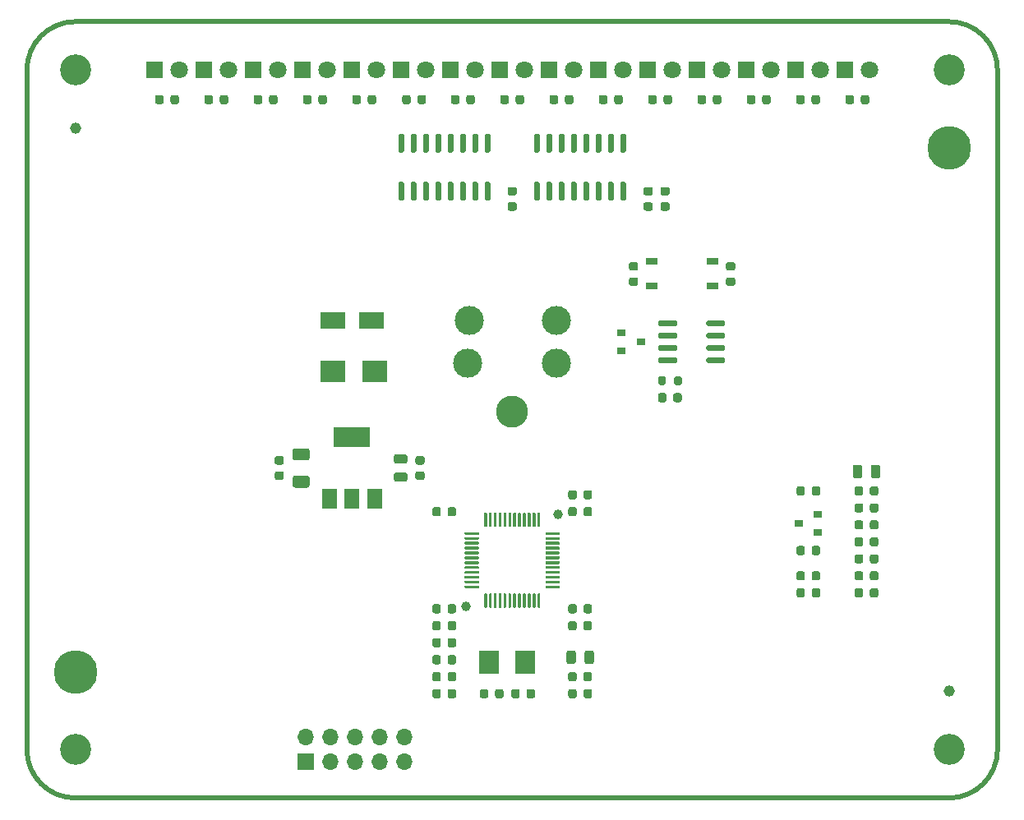
<source format=gbr>
G04 #@! TF.GenerationSoftware,KiCad,Pcbnew,(5.1.8)-1*
G04 #@! TF.CreationDate,2021-01-06T22:06:37-05:00*
G04 #@! TF.ProjectId,CANDash 2,43414e44-6173-4682-9032-2e6b69636164,2A*
G04 #@! TF.SameCoordinates,Original*
G04 #@! TF.FileFunction,Soldermask,Top*
G04 #@! TF.FilePolarity,Negative*
%FSLAX46Y46*%
G04 Gerber Fmt 4.6, Leading zero omitted, Abs format (unit mm)*
G04 Created by KiCad (PCBNEW (5.1.8)-1) date 2021-01-06 22:06:37*
%MOMM*%
%LPD*%
G01*
G04 APERTURE LIST*
G04 #@! TA.AperFunction,Profile*
%ADD10C,0.508000*%
G04 #@! TD*
%ADD11C,3.300000*%
%ADD12C,3.000000*%
%ADD13C,3.200000*%
%ADD14R,2.500000X2.300000*%
%ADD15O,1.700000X1.700000*%
%ADD16R,1.700000X1.700000*%
%ADD17C,1.152000*%
%ADD18R,1.200000X0.800000*%
%ADD19R,2.500000X1.800000*%
%ADD20R,3.800000X2.000000*%
%ADD21R,1.500000X2.000000*%
%ADD22C,4.500000*%
%ADD23C,1.000000*%
%ADD24R,2.000000X2.400000*%
%ADD25R,0.900000X0.800000*%
%ADD26R,1.800000X1.800000*%
%ADD27C,1.800000*%
G04 APERTURE END LIST*
D10*
X105000000Y-65000000D02*
X195000000Y-65000000D01*
X200000000Y-70000000D02*
X200000000Y-140000000D01*
X200000000Y-70000000D02*
G75*
G03*
X195000000Y-65000000I-5000000J0D01*
G01*
X100000000Y-70000000D02*
X100000000Y-140000000D01*
X105000000Y-65000000D02*
G75*
G03*
X100000000Y-70000000I0J-5000000D01*
G01*
X195000000Y-145000000D02*
X105000000Y-145000000D01*
X195000000Y-145000000D02*
G75*
G03*
X200000000Y-140000000I0J5000000D01*
G01*
X100000000Y-140000000D02*
G75*
G03*
X105000000Y-145000000I5000000J0D01*
G01*
D11*
X150000000Y-105180000D03*
D12*
X145550000Y-95790000D03*
X145450000Y-100210000D03*
X154550000Y-100210000D03*
X154550000Y-95790000D03*
D13*
X195000000Y-140000000D03*
X105000000Y-140000000D03*
X195000000Y-70000000D03*
X105000000Y-70000000D03*
G36*
G01*
X128875000Y-110225000D02*
X127625000Y-110225000D01*
G75*
G02*
X127375000Y-109975000I0J250000D01*
G01*
X127375000Y-109225000D01*
G75*
G02*
X127625000Y-108975000I250000J0D01*
G01*
X128875000Y-108975000D01*
G75*
G02*
X129125000Y-109225000I0J-250000D01*
G01*
X129125000Y-109975000D01*
G75*
G02*
X128875000Y-110225000I-250000J0D01*
G01*
G37*
G36*
G01*
X128875000Y-113025000D02*
X127625000Y-113025000D01*
G75*
G02*
X127375000Y-112775000I0J250000D01*
G01*
X127375000Y-112025000D01*
G75*
G02*
X127625000Y-111775000I250000J0D01*
G01*
X128875000Y-111775000D01*
G75*
G02*
X129125000Y-112025000I0J-250000D01*
G01*
X129125000Y-112775000D01*
G75*
G02*
X128875000Y-113025000I-250000J0D01*
G01*
G37*
G36*
G01*
X166675000Y-102275000D02*
X166675000Y-101725000D01*
G75*
G02*
X166875000Y-101525000I200000J0D01*
G01*
X167275000Y-101525000D01*
G75*
G02*
X167475000Y-101725000I0J-200000D01*
G01*
X167475000Y-102275000D01*
G75*
G02*
X167275000Y-102475000I-200000J0D01*
G01*
X166875000Y-102475000D01*
G75*
G02*
X166675000Y-102275000I0J200000D01*
G01*
G37*
G36*
G01*
X165025000Y-102275000D02*
X165025000Y-101725000D01*
G75*
G02*
X165225000Y-101525000I200000J0D01*
G01*
X165625000Y-101525000D01*
G75*
G02*
X165825000Y-101725000I0J-200000D01*
G01*
X165825000Y-102275000D01*
G75*
G02*
X165625000Y-102475000I-200000J0D01*
G01*
X165225000Y-102475000D01*
G75*
G02*
X165025000Y-102275000I0J200000D01*
G01*
G37*
D14*
X135800000Y-101000000D03*
X131500000Y-101000000D03*
D15*
X138860000Y-138730000D03*
X138860000Y-141270000D03*
X136320000Y-138730000D03*
X136320000Y-141270000D03*
X133780000Y-138730000D03*
X133780000Y-141270000D03*
X131240000Y-138730000D03*
X131240000Y-141270000D03*
X128700000Y-138730000D03*
D16*
X128700000Y-141270000D03*
D17*
X195000000Y-134000000D03*
X105000000Y-76000000D03*
G36*
G01*
X181735000Y-123603750D02*
X181735000Y-124116250D01*
G75*
G02*
X181516250Y-124335000I-218750J0D01*
G01*
X181078750Y-124335000D01*
G75*
G02*
X180860000Y-124116250I0J218750D01*
G01*
X180860000Y-123603750D01*
G75*
G02*
X181078750Y-123385000I218750J0D01*
G01*
X181516250Y-123385000D01*
G75*
G02*
X181735000Y-123603750I0J-218750D01*
G01*
G37*
G36*
G01*
X180160000Y-123603750D02*
X180160000Y-124116250D01*
G75*
G02*
X179941250Y-124335000I-218750J0D01*
G01*
X179503750Y-124335000D01*
G75*
G02*
X179285000Y-124116250I0J218750D01*
G01*
X179285000Y-123603750D01*
G75*
G02*
X179503750Y-123385000I218750J0D01*
G01*
X179941250Y-123385000D01*
G75*
G02*
X180160000Y-123603750I0J-218750D01*
G01*
G37*
G36*
G01*
X180160000Y-121853750D02*
X180160000Y-122366250D01*
G75*
G02*
X179941250Y-122585000I-218750J0D01*
G01*
X179503750Y-122585000D01*
G75*
G02*
X179285000Y-122366250I0J218750D01*
G01*
X179285000Y-121853750D01*
G75*
G02*
X179503750Y-121635000I218750J0D01*
G01*
X179941250Y-121635000D01*
G75*
G02*
X180160000Y-121853750I0J-218750D01*
G01*
G37*
G36*
G01*
X181735000Y-121853750D02*
X181735000Y-122366250D01*
G75*
G02*
X181516250Y-122585000I-218750J0D01*
G01*
X181078750Y-122585000D01*
G75*
G02*
X180860000Y-122366250I0J218750D01*
G01*
X180860000Y-121853750D01*
G75*
G02*
X181078750Y-121635000I218750J0D01*
G01*
X181516250Y-121635000D01*
G75*
G02*
X181735000Y-121853750I0J-218750D01*
G01*
G37*
G36*
G01*
X186850000Y-124116250D02*
X186850000Y-123603750D01*
G75*
G02*
X187068750Y-123385000I218750J0D01*
G01*
X187506250Y-123385000D01*
G75*
G02*
X187725000Y-123603750I0J-218750D01*
G01*
X187725000Y-124116250D01*
G75*
G02*
X187506250Y-124335000I-218750J0D01*
G01*
X187068750Y-124335000D01*
G75*
G02*
X186850000Y-124116250I0J218750D01*
G01*
G37*
G36*
G01*
X185275000Y-124116250D02*
X185275000Y-123603750D01*
G75*
G02*
X185493750Y-123385000I218750J0D01*
G01*
X185931250Y-123385000D01*
G75*
G02*
X186150000Y-123603750I0J-218750D01*
G01*
X186150000Y-124116250D01*
G75*
G02*
X185931250Y-124335000I-218750J0D01*
G01*
X185493750Y-124335000D01*
G75*
G02*
X185275000Y-124116250I0J218750D01*
G01*
G37*
G36*
G01*
X186850000Y-122366250D02*
X186850000Y-121853750D01*
G75*
G02*
X187068750Y-121635000I218750J0D01*
G01*
X187506250Y-121635000D01*
G75*
G02*
X187725000Y-121853750I0J-218750D01*
G01*
X187725000Y-122366250D01*
G75*
G02*
X187506250Y-122585000I-218750J0D01*
G01*
X187068750Y-122585000D01*
G75*
G02*
X186850000Y-122366250I0J218750D01*
G01*
G37*
G36*
G01*
X185275000Y-122366250D02*
X185275000Y-121853750D01*
G75*
G02*
X185493750Y-121635000I218750J0D01*
G01*
X185931250Y-121635000D01*
G75*
G02*
X186150000Y-121853750I0J-218750D01*
G01*
X186150000Y-122366250D01*
G75*
G02*
X185931250Y-122585000I-218750J0D01*
G01*
X185493750Y-122585000D01*
G75*
G02*
X185275000Y-122366250I0J218750D01*
G01*
G37*
G36*
G01*
X186850000Y-120616250D02*
X186850000Y-120103750D01*
G75*
G02*
X187068750Y-119885000I218750J0D01*
G01*
X187506250Y-119885000D01*
G75*
G02*
X187725000Y-120103750I0J-218750D01*
G01*
X187725000Y-120616250D01*
G75*
G02*
X187506250Y-120835000I-218750J0D01*
G01*
X187068750Y-120835000D01*
G75*
G02*
X186850000Y-120616250I0J218750D01*
G01*
G37*
G36*
G01*
X185275000Y-120616250D02*
X185275000Y-120103750D01*
G75*
G02*
X185493750Y-119885000I218750J0D01*
G01*
X185931250Y-119885000D01*
G75*
G02*
X186150000Y-120103750I0J-218750D01*
G01*
X186150000Y-120616250D01*
G75*
G02*
X185931250Y-120835000I-218750J0D01*
G01*
X185493750Y-120835000D01*
G75*
G02*
X185275000Y-120616250I0J218750D01*
G01*
G37*
G36*
G01*
X186850000Y-118866250D02*
X186850000Y-118353750D01*
G75*
G02*
X187068750Y-118135000I218750J0D01*
G01*
X187506250Y-118135000D01*
G75*
G02*
X187725000Y-118353750I0J-218750D01*
G01*
X187725000Y-118866250D01*
G75*
G02*
X187506250Y-119085000I-218750J0D01*
G01*
X187068750Y-119085000D01*
G75*
G02*
X186850000Y-118866250I0J218750D01*
G01*
G37*
G36*
G01*
X185275000Y-118866250D02*
X185275000Y-118353750D01*
G75*
G02*
X185493750Y-118135000I218750J0D01*
G01*
X185931250Y-118135000D01*
G75*
G02*
X186150000Y-118353750I0J-218750D01*
G01*
X186150000Y-118866250D01*
G75*
G02*
X185931250Y-119085000I-218750J0D01*
G01*
X185493750Y-119085000D01*
G75*
G02*
X185275000Y-118866250I0J218750D01*
G01*
G37*
G36*
G01*
X186850000Y-117116250D02*
X186850000Y-116603750D01*
G75*
G02*
X187068750Y-116385000I218750J0D01*
G01*
X187506250Y-116385000D01*
G75*
G02*
X187725000Y-116603750I0J-218750D01*
G01*
X187725000Y-117116250D01*
G75*
G02*
X187506250Y-117335000I-218750J0D01*
G01*
X187068750Y-117335000D01*
G75*
G02*
X186850000Y-117116250I0J218750D01*
G01*
G37*
G36*
G01*
X185275000Y-117116250D02*
X185275000Y-116603750D01*
G75*
G02*
X185493750Y-116385000I218750J0D01*
G01*
X185931250Y-116385000D01*
G75*
G02*
X186150000Y-116603750I0J-218750D01*
G01*
X186150000Y-117116250D01*
G75*
G02*
X185931250Y-117335000I-218750J0D01*
G01*
X185493750Y-117335000D01*
G75*
G02*
X185275000Y-117116250I0J218750D01*
G01*
G37*
G36*
G01*
X186850000Y-115366250D02*
X186850000Y-114853750D01*
G75*
G02*
X187068750Y-114635000I218750J0D01*
G01*
X187506250Y-114635000D01*
G75*
G02*
X187725000Y-114853750I0J-218750D01*
G01*
X187725000Y-115366250D01*
G75*
G02*
X187506250Y-115585000I-218750J0D01*
G01*
X187068750Y-115585000D01*
G75*
G02*
X186850000Y-115366250I0J218750D01*
G01*
G37*
G36*
G01*
X185275000Y-115366250D02*
X185275000Y-114853750D01*
G75*
G02*
X185493750Y-114635000I218750J0D01*
G01*
X185931250Y-114635000D01*
G75*
G02*
X186150000Y-114853750I0J-218750D01*
G01*
X186150000Y-115366250D01*
G75*
G02*
X185931250Y-115585000I-218750J0D01*
G01*
X185493750Y-115585000D01*
G75*
G02*
X185275000Y-115366250I0J218750D01*
G01*
G37*
D18*
X170650000Y-92270000D03*
X164350000Y-89730000D03*
X170650000Y-89730000D03*
X164350000Y-92270000D03*
G36*
G01*
X162243750Y-91350000D02*
X162756250Y-91350000D01*
G75*
G02*
X162975000Y-91568750I0J-218750D01*
G01*
X162975000Y-92006250D01*
G75*
G02*
X162756250Y-92225000I-218750J0D01*
G01*
X162243750Y-92225000D01*
G75*
G02*
X162025000Y-92006250I0J218750D01*
G01*
X162025000Y-91568750D01*
G75*
G02*
X162243750Y-91350000I218750J0D01*
G01*
G37*
G36*
G01*
X162243750Y-89775000D02*
X162756250Y-89775000D01*
G75*
G02*
X162975000Y-89993750I0J-218750D01*
G01*
X162975000Y-90431250D01*
G75*
G02*
X162756250Y-90650000I-218750J0D01*
G01*
X162243750Y-90650000D01*
G75*
G02*
X162025000Y-90431250I0J218750D01*
G01*
X162025000Y-89993750D01*
G75*
G02*
X162243750Y-89775000I218750J0D01*
G01*
G37*
G36*
G01*
X172243750Y-91350000D02*
X172756250Y-91350000D01*
G75*
G02*
X172975000Y-91568750I0J-218750D01*
G01*
X172975000Y-92006250D01*
G75*
G02*
X172756250Y-92225000I-218750J0D01*
G01*
X172243750Y-92225000D01*
G75*
G02*
X172025000Y-92006250I0J218750D01*
G01*
X172025000Y-91568750D01*
G75*
G02*
X172243750Y-91350000I218750J0D01*
G01*
G37*
G36*
G01*
X172243750Y-89775000D02*
X172756250Y-89775000D01*
G75*
G02*
X172975000Y-89993750I0J-218750D01*
G01*
X172975000Y-90431250D01*
G75*
G02*
X172756250Y-90650000I-218750J0D01*
G01*
X172243750Y-90650000D01*
G75*
G02*
X172025000Y-90431250I0J218750D01*
G01*
X172025000Y-89993750D01*
G75*
G02*
X172243750Y-89775000I218750J0D01*
G01*
G37*
G36*
G01*
X161295000Y-76550000D02*
X161595000Y-76550000D01*
G75*
G02*
X161745000Y-76700000I0J-150000D01*
G01*
X161745000Y-78350000D01*
G75*
G02*
X161595000Y-78500000I-150000J0D01*
G01*
X161295000Y-78500000D01*
G75*
G02*
X161145000Y-78350000I0J150000D01*
G01*
X161145000Y-76700000D01*
G75*
G02*
X161295000Y-76550000I150000J0D01*
G01*
G37*
G36*
G01*
X160025000Y-76550000D02*
X160325000Y-76550000D01*
G75*
G02*
X160475000Y-76700000I0J-150000D01*
G01*
X160475000Y-78350000D01*
G75*
G02*
X160325000Y-78500000I-150000J0D01*
G01*
X160025000Y-78500000D01*
G75*
G02*
X159875000Y-78350000I0J150000D01*
G01*
X159875000Y-76700000D01*
G75*
G02*
X160025000Y-76550000I150000J0D01*
G01*
G37*
G36*
G01*
X158755000Y-76550000D02*
X159055000Y-76550000D01*
G75*
G02*
X159205000Y-76700000I0J-150000D01*
G01*
X159205000Y-78350000D01*
G75*
G02*
X159055000Y-78500000I-150000J0D01*
G01*
X158755000Y-78500000D01*
G75*
G02*
X158605000Y-78350000I0J150000D01*
G01*
X158605000Y-76700000D01*
G75*
G02*
X158755000Y-76550000I150000J0D01*
G01*
G37*
G36*
G01*
X157485000Y-76550000D02*
X157785000Y-76550000D01*
G75*
G02*
X157935000Y-76700000I0J-150000D01*
G01*
X157935000Y-78350000D01*
G75*
G02*
X157785000Y-78500000I-150000J0D01*
G01*
X157485000Y-78500000D01*
G75*
G02*
X157335000Y-78350000I0J150000D01*
G01*
X157335000Y-76700000D01*
G75*
G02*
X157485000Y-76550000I150000J0D01*
G01*
G37*
G36*
G01*
X156215000Y-76550000D02*
X156515000Y-76550000D01*
G75*
G02*
X156665000Y-76700000I0J-150000D01*
G01*
X156665000Y-78350000D01*
G75*
G02*
X156515000Y-78500000I-150000J0D01*
G01*
X156215000Y-78500000D01*
G75*
G02*
X156065000Y-78350000I0J150000D01*
G01*
X156065000Y-76700000D01*
G75*
G02*
X156215000Y-76550000I150000J0D01*
G01*
G37*
G36*
G01*
X154945000Y-76550000D02*
X155245000Y-76550000D01*
G75*
G02*
X155395000Y-76700000I0J-150000D01*
G01*
X155395000Y-78350000D01*
G75*
G02*
X155245000Y-78500000I-150000J0D01*
G01*
X154945000Y-78500000D01*
G75*
G02*
X154795000Y-78350000I0J150000D01*
G01*
X154795000Y-76700000D01*
G75*
G02*
X154945000Y-76550000I150000J0D01*
G01*
G37*
G36*
G01*
X153675000Y-76550000D02*
X153975000Y-76550000D01*
G75*
G02*
X154125000Y-76700000I0J-150000D01*
G01*
X154125000Y-78350000D01*
G75*
G02*
X153975000Y-78500000I-150000J0D01*
G01*
X153675000Y-78500000D01*
G75*
G02*
X153525000Y-78350000I0J150000D01*
G01*
X153525000Y-76700000D01*
G75*
G02*
X153675000Y-76550000I150000J0D01*
G01*
G37*
G36*
G01*
X152405000Y-76550000D02*
X152705000Y-76550000D01*
G75*
G02*
X152855000Y-76700000I0J-150000D01*
G01*
X152855000Y-78350000D01*
G75*
G02*
X152705000Y-78500000I-150000J0D01*
G01*
X152405000Y-78500000D01*
G75*
G02*
X152255000Y-78350000I0J150000D01*
G01*
X152255000Y-76700000D01*
G75*
G02*
X152405000Y-76550000I150000J0D01*
G01*
G37*
G36*
G01*
X152405000Y-81500000D02*
X152705000Y-81500000D01*
G75*
G02*
X152855000Y-81650000I0J-150000D01*
G01*
X152855000Y-83300000D01*
G75*
G02*
X152705000Y-83450000I-150000J0D01*
G01*
X152405000Y-83450000D01*
G75*
G02*
X152255000Y-83300000I0J150000D01*
G01*
X152255000Y-81650000D01*
G75*
G02*
X152405000Y-81500000I150000J0D01*
G01*
G37*
G36*
G01*
X153675000Y-81500000D02*
X153975000Y-81500000D01*
G75*
G02*
X154125000Y-81650000I0J-150000D01*
G01*
X154125000Y-83300000D01*
G75*
G02*
X153975000Y-83450000I-150000J0D01*
G01*
X153675000Y-83450000D01*
G75*
G02*
X153525000Y-83300000I0J150000D01*
G01*
X153525000Y-81650000D01*
G75*
G02*
X153675000Y-81500000I150000J0D01*
G01*
G37*
G36*
G01*
X154945000Y-81500000D02*
X155245000Y-81500000D01*
G75*
G02*
X155395000Y-81650000I0J-150000D01*
G01*
X155395000Y-83300000D01*
G75*
G02*
X155245000Y-83450000I-150000J0D01*
G01*
X154945000Y-83450000D01*
G75*
G02*
X154795000Y-83300000I0J150000D01*
G01*
X154795000Y-81650000D01*
G75*
G02*
X154945000Y-81500000I150000J0D01*
G01*
G37*
G36*
G01*
X156215000Y-81500000D02*
X156515000Y-81500000D01*
G75*
G02*
X156665000Y-81650000I0J-150000D01*
G01*
X156665000Y-83300000D01*
G75*
G02*
X156515000Y-83450000I-150000J0D01*
G01*
X156215000Y-83450000D01*
G75*
G02*
X156065000Y-83300000I0J150000D01*
G01*
X156065000Y-81650000D01*
G75*
G02*
X156215000Y-81500000I150000J0D01*
G01*
G37*
G36*
G01*
X157485000Y-81500000D02*
X157785000Y-81500000D01*
G75*
G02*
X157935000Y-81650000I0J-150000D01*
G01*
X157935000Y-83300000D01*
G75*
G02*
X157785000Y-83450000I-150000J0D01*
G01*
X157485000Y-83450000D01*
G75*
G02*
X157335000Y-83300000I0J150000D01*
G01*
X157335000Y-81650000D01*
G75*
G02*
X157485000Y-81500000I150000J0D01*
G01*
G37*
G36*
G01*
X158755000Y-81500000D02*
X159055000Y-81500000D01*
G75*
G02*
X159205000Y-81650000I0J-150000D01*
G01*
X159205000Y-83300000D01*
G75*
G02*
X159055000Y-83450000I-150000J0D01*
G01*
X158755000Y-83450000D01*
G75*
G02*
X158605000Y-83300000I0J150000D01*
G01*
X158605000Y-81650000D01*
G75*
G02*
X158755000Y-81500000I150000J0D01*
G01*
G37*
G36*
G01*
X160025000Y-81500000D02*
X160325000Y-81500000D01*
G75*
G02*
X160475000Y-81650000I0J-150000D01*
G01*
X160475000Y-83300000D01*
G75*
G02*
X160325000Y-83450000I-150000J0D01*
G01*
X160025000Y-83450000D01*
G75*
G02*
X159875000Y-83300000I0J150000D01*
G01*
X159875000Y-81650000D01*
G75*
G02*
X160025000Y-81500000I150000J0D01*
G01*
G37*
G36*
G01*
X161295000Y-81500000D02*
X161595000Y-81500000D01*
G75*
G02*
X161745000Y-81650000I0J-150000D01*
G01*
X161745000Y-83300000D01*
G75*
G02*
X161595000Y-83450000I-150000J0D01*
G01*
X161295000Y-83450000D01*
G75*
G02*
X161145000Y-83300000I0J150000D01*
G01*
X161145000Y-81650000D01*
G75*
G02*
X161295000Y-81500000I150000J0D01*
G01*
G37*
G36*
G01*
X142650000Y-128743750D02*
X142650000Y-129256250D01*
G75*
G02*
X142431250Y-129475000I-218750J0D01*
G01*
X141993750Y-129475000D01*
G75*
G02*
X141775000Y-129256250I0J218750D01*
G01*
X141775000Y-128743750D01*
G75*
G02*
X141993750Y-128525000I218750J0D01*
G01*
X142431250Y-128525000D01*
G75*
G02*
X142650000Y-128743750I0J-218750D01*
G01*
G37*
G36*
G01*
X144225000Y-128743750D02*
X144225000Y-129256250D01*
G75*
G02*
X144006250Y-129475000I-218750J0D01*
G01*
X143568750Y-129475000D01*
G75*
G02*
X143350000Y-129256250I0J218750D01*
G01*
X143350000Y-128743750D01*
G75*
G02*
X143568750Y-128525000I218750J0D01*
G01*
X144006250Y-128525000D01*
G75*
G02*
X144225000Y-128743750I0J-218750D01*
G01*
G37*
G36*
G01*
X142650000Y-132243750D02*
X142650000Y-132756250D01*
G75*
G02*
X142431250Y-132975000I-218750J0D01*
G01*
X141993750Y-132975000D01*
G75*
G02*
X141775000Y-132756250I0J218750D01*
G01*
X141775000Y-132243750D01*
G75*
G02*
X141993750Y-132025000I218750J0D01*
G01*
X142431250Y-132025000D01*
G75*
G02*
X142650000Y-132243750I0J-218750D01*
G01*
G37*
G36*
G01*
X144225000Y-132243750D02*
X144225000Y-132756250D01*
G75*
G02*
X144006250Y-132975000I-218750J0D01*
G01*
X143568750Y-132975000D01*
G75*
G02*
X143350000Y-132756250I0J218750D01*
G01*
X143350000Y-132243750D01*
G75*
G02*
X143568750Y-132025000I218750J0D01*
G01*
X144006250Y-132025000D01*
G75*
G02*
X144225000Y-132243750I0J-218750D01*
G01*
G37*
G36*
G01*
X142650000Y-130493750D02*
X142650000Y-131006250D01*
G75*
G02*
X142431250Y-131225000I-218750J0D01*
G01*
X141993750Y-131225000D01*
G75*
G02*
X141775000Y-131006250I0J218750D01*
G01*
X141775000Y-130493750D01*
G75*
G02*
X141993750Y-130275000I218750J0D01*
G01*
X142431250Y-130275000D01*
G75*
G02*
X142650000Y-130493750I0J-218750D01*
G01*
G37*
G36*
G01*
X144225000Y-130493750D02*
X144225000Y-131006250D01*
G75*
G02*
X144006250Y-131225000I-218750J0D01*
G01*
X143568750Y-131225000D01*
G75*
G02*
X143350000Y-131006250I0J218750D01*
G01*
X143350000Y-130493750D01*
G75*
G02*
X143568750Y-130275000I218750J0D01*
G01*
X144006250Y-130275000D01*
G75*
G02*
X144225000Y-130493750I0J-218750D01*
G01*
G37*
G36*
G01*
X142650000Y-133993750D02*
X142650000Y-134506250D01*
G75*
G02*
X142431250Y-134725000I-218750J0D01*
G01*
X141993750Y-134725000D01*
G75*
G02*
X141775000Y-134506250I0J218750D01*
G01*
X141775000Y-133993750D01*
G75*
G02*
X141993750Y-133775000I218750J0D01*
G01*
X142431250Y-133775000D01*
G75*
G02*
X142650000Y-133993750I0J-218750D01*
G01*
G37*
G36*
G01*
X144225000Y-133993750D02*
X144225000Y-134506250D01*
G75*
G02*
X144006250Y-134725000I-218750J0D01*
G01*
X143568750Y-134725000D01*
G75*
G02*
X143350000Y-134506250I0J218750D01*
G01*
X143350000Y-133993750D01*
G75*
G02*
X143568750Y-133775000I218750J0D01*
G01*
X144006250Y-133775000D01*
G75*
G02*
X144225000Y-133993750I0J-218750D01*
G01*
G37*
D19*
X131500000Y-95790000D03*
X135500000Y-95790000D03*
G36*
G01*
X156650000Y-132243750D02*
X156650000Y-132756250D01*
G75*
G02*
X156431250Y-132975000I-218750J0D01*
G01*
X155993750Y-132975000D01*
G75*
G02*
X155775000Y-132756250I0J218750D01*
G01*
X155775000Y-132243750D01*
G75*
G02*
X155993750Y-132025000I218750J0D01*
G01*
X156431250Y-132025000D01*
G75*
G02*
X156650000Y-132243750I0J-218750D01*
G01*
G37*
G36*
G01*
X158225000Y-132243750D02*
X158225000Y-132756250D01*
G75*
G02*
X158006250Y-132975000I-218750J0D01*
G01*
X157568750Y-132975000D01*
G75*
G02*
X157350000Y-132756250I0J218750D01*
G01*
X157350000Y-132243750D01*
G75*
G02*
X157568750Y-132025000I218750J0D01*
G01*
X158006250Y-132025000D01*
G75*
G02*
X158225000Y-132243750I0J-218750D01*
G01*
G37*
D20*
X133500000Y-107850000D03*
D21*
X133500000Y-114150000D03*
X135800000Y-114150000D03*
X131200000Y-114150000D03*
D22*
X105000000Y-132000000D03*
X195000000Y-78000000D03*
G36*
G01*
X147295000Y-76550000D02*
X147595000Y-76550000D01*
G75*
G02*
X147745000Y-76700000I0J-150000D01*
G01*
X147745000Y-78350000D01*
G75*
G02*
X147595000Y-78500000I-150000J0D01*
G01*
X147295000Y-78500000D01*
G75*
G02*
X147145000Y-78350000I0J150000D01*
G01*
X147145000Y-76700000D01*
G75*
G02*
X147295000Y-76550000I150000J0D01*
G01*
G37*
G36*
G01*
X146025000Y-76550000D02*
X146325000Y-76550000D01*
G75*
G02*
X146475000Y-76700000I0J-150000D01*
G01*
X146475000Y-78350000D01*
G75*
G02*
X146325000Y-78500000I-150000J0D01*
G01*
X146025000Y-78500000D01*
G75*
G02*
X145875000Y-78350000I0J150000D01*
G01*
X145875000Y-76700000D01*
G75*
G02*
X146025000Y-76550000I150000J0D01*
G01*
G37*
G36*
G01*
X144755000Y-76550000D02*
X145055000Y-76550000D01*
G75*
G02*
X145205000Y-76700000I0J-150000D01*
G01*
X145205000Y-78350000D01*
G75*
G02*
X145055000Y-78500000I-150000J0D01*
G01*
X144755000Y-78500000D01*
G75*
G02*
X144605000Y-78350000I0J150000D01*
G01*
X144605000Y-76700000D01*
G75*
G02*
X144755000Y-76550000I150000J0D01*
G01*
G37*
G36*
G01*
X143485000Y-76550000D02*
X143785000Y-76550000D01*
G75*
G02*
X143935000Y-76700000I0J-150000D01*
G01*
X143935000Y-78350000D01*
G75*
G02*
X143785000Y-78500000I-150000J0D01*
G01*
X143485000Y-78500000D01*
G75*
G02*
X143335000Y-78350000I0J150000D01*
G01*
X143335000Y-76700000D01*
G75*
G02*
X143485000Y-76550000I150000J0D01*
G01*
G37*
G36*
G01*
X142215000Y-76550000D02*
X142515000Y-76550000D01*
G75*
G02*
X142665000Y-76700000I0J-150000D01*
G01*
X142665000Y-78350000D01*
G75*
G02*
X142515000Y-78500000I-150000J0D01*
G01*
X142215000Y-78500000D01*
G75*
G02*
X142065000Y-78350000I0J150000D01*
G01*
X142065000Y-76700000D01*
G75*
G02*
X142215000Y-76550000I150000J0D01*
G01*
G37*
G36*
G01*
X140945000Y-76550000D02*
X141245000Y-76550000D01*
G75*
G02*
X141395000Y-76700000I0J-150000D01*
G01*
X141395000Y-78350000D01*
G75*
G02*
X141245000Y-78500000I-150000J0D01*
G01*
X140945000Y-78500000D01*
G75*
G02*
X140795000Y-78350000I0J150000D01*
G01*
X140795000Y-76700000D01*
G75*
G02*
X140945000Y-76550000I150000J0D01*
G01*
G37*
G36*
G01*
X139675000Y-76550000D02*
X139975000Y-76550000D01*
G75*
G02*
X140125000Y-76700000I0J-150000D01*
G01*
X140125000Y-78350000D01*
G75*
G02*
X139975000Y-78500000I-150000J0D01*
G01*
X139675000Y-78500000D01*
G75*
G02*
X139525000Y-78350000I0J150000D01*
G01*
X139525000Y-76700000D01*
G75*
G02*
X139675000Y-76550000I150000J0D01*
G01*
G37*
G36*
G01*
X138405000Y-76550000D02*
X138705000Y-76550000D01*
G75*
G02*
X138855000Y-76700000I0J-150000D01*
G01*
X138855000Y-78350000D01*
G75*
G02*
X138705000Y-78500000I-150000J0D01*
G01*
X138405000Y-78500000D01*
G75*
G02*
X138255000Y-78350000I0J150000D01*
G01*
X138255000Y-76700000D01*
G75*
G02*
X138405000Y-76550000I150000J0D01*
G01*
G37*
G36*
G01*
X138405000Y-81500000D02*
X138705000Y-81500000D01*
G75*
G02*
X138855000Y-81650000I0J-150000D01*
G01*
X138855000Y-83300000D01*
G75*
G02*
X138705000Y-83450000I-150000J0D01*
G01*
X138405000Y-83450000D01*
G75*
G02*
X138255000Y-83300000I0J150000D01*
G01*
X138255000Y-81650000D01*
G75*
G02*
X138405000Y-81500000I150000J0D01*
G01*
G37*
G36*
G01*
X139675000Y-81500000D02*
X139975000Y-81500000D01*
G75*
G02*
X140125000Y-81650000I0J-150000D01*
G01*
X140125000Y-83300000D01*
G75*
G02*
X139975000Y-83450000I-150000J0D01*
G01*
X139675000Y-83450000D01*
G75*
G02*
X139525000Y-83300000I0J150000D01*
G01*
X139525000Y-81650000D01*
G75*
G02*
X139675000Y-81500000I150000J0D01*
G01*
G37*
G36*
G01*
X140945000Y-81500000D02*
X141245000Y-81500000D01*
G75*
G02*
X141395000Y-81650000I0J-150000D01*
G01*
X141395000Y-83300000D01*
G75*
G02*
X141245000Y-83450000I-150000J0D01*
G01*
X140945000Y-83450000D01*
G75*
G02*
X140795000Y-83300000I0J150000D01*
G01*
X140795000Y-81650000D01*
G75*
G02*
X140945000Y-81500000I150000J0D01*
G01*
G37*
G36*
G01*
X142215000Y-81500000D02*
X142515000Y-81500000D01*
G75*
G02*
X142665000Y-81650000I0J-150000D01*
G01*
X142665000Y-83300000D01*
G75*
G02*
X142515000Y-83450000I-150000J0D01*
G01*
X142215000Y-83450000D01*
G75*
G02*
X142065000Y-83300000I0J150000D01*
G01*
X142065000Y-81650000D01*
G75*
G02*
X142215000Y-81500000I150000J0D01*
G01*
G37*
G36*
G01*
X143485000Y-81500000D02*
X143785000Y-81500000D01*
G75*
G02*
X143935000Y-81650000I0J-150000D01*
G01*
X143935000Y-83300000D01*
G75*
G02*
X143785000Y-83450000I-150000J0D01*
G01*
X143485000Y-83450000D01*
G75*
G02*
X143335000Y-83300000I0J150000D01*
G01*
X143335000Y-81650000D01*
G75*
G02*
X143485000Y-81500000I150000J0D01*
G01*
G37*
G36*
G01*
X144755000Y-81500000D02*
X145055000Y-81500000D01*
G75*
G02*
X145205000Y-81650000I0J-150000D01*
G01*
X145205000Y-83300000D01*
G75*
G02*
X145055000Y-83450000I-150000J0D01*
G01*
X144755000Y-83450000D01*
G75*
G02*
X144605000Y-83300000I0J150000D01*
G01*
X144605000Y-81650000D01*
G75*
G02*
X144755000Y-81500000I150000J0D01*
G01*
G37*
G36*
G01*
X146025000Y-81500000D02*
X146325000Y-81500000D01*
G75*
G02*
X146475000Y-81650000I0J-150000D01*
G01*
X146475000Y-83300000D01*
G75*
G02*
X146325000Y-83450000I-150000J0D01*
G01*
X146025000Y-83450000D01*
G75*
G02*
X145875000Y-83300000I0J150000D01*
G01*
X145875000Y-81650000D01*
G75*
G02*
X146025000Y-81500000I150000J0D01*
G01*
G37*
G36*
G01*
X147295000Y-81500000D02*
X147595000Y-81500000D01*
G75*
G02*
X147745000Y-81650000I0J-150000D01*
G01*
X147745000Y-83300000D01*
G75*
G02*
X147595000Y-83450000I-150000J0D01*
G01*
X147295000Y-83450000D01*
G75*
G02*
X147145000Y-83300000I0J150000D01*
G01*
X147145000Y-81650000D01*
G75*
G02*
X147295000Y-81500000I150000J0D01*
G01*
G37*
D23*
X154750000Y-115750000D03*
X145250000Y-125250000D03*
G36*
G01*
X146500000Y-123400000D02*
X145175000Y-123400000D01*
G75*
G02*
X145100000Y-123325000I0J75000D01*
G01*
X145100000Y-123175000D01*
G75*
G02*
X145175000Y-123100000I75000J0D01*
G01*
X146500000Y-123100000D01*
G75*
G02*
X146575000Y-123175000I0J-75000D01*
G01*
X146575000Y-123325000D01*
G75*
G02*
X146500000Y-123400000I-75000J0D01*
G01*
G37*
G36*
G01*
X146500000Y-122900000D02*
X145175000Y-122900000D01*
G75*
G02*
X145100000Y-122825000I0J75000D01*
G01*
X145100000Y-122675000D01*
G75*
G02*
X145175000Y-122600000I75000J0D01*
G01*
X146500000Y-122600000D01*
G75*
G02*
X146575000Y-122675000I0J-75000D01*
G01*
X146575000Y-122825000D01*
G75*
G02*
X146500000Y-122900000I-75000J0D01*
G01*
G37*
G36*
G01*
X146500000Y-122400000D02*
X145175000Y-122400000D01*
G75*
G02*
X145100000Y-122325000I0J75000D01*
G01*
X145100000Y-122175000D01*
G75*
G02*
X145175000Y-122100000I75000J0D01*
G01*
X146500000Y-122100000D01*
G75*
G02*
X146575000Y-122175000I0J-75000D01*
G01*
X146575000Y-122325000D01*
G75*
G02*
X146500000Y-122400000I-75000J0D01*
G01*
G37*
G36*
G01*
X146500000Y-121900000D02*
X145175000Y-121900000D01*
G75*
G02*
X145100000Y-121825000I0J75000D01*
G01*
X145100000Y-121675000D01*
G75*
G02*
X145175000Y-121600000I75000J0D01*
G01*
X146500000Y-121600000D01*
G75*
G02*
X146575000Y-121675000I0J-75000D01*
G01*
X146575000Y-121825000D01*
G75*
G02*
X146500000Y-121900000I-75000J0D01*
G01*
G37*
G36*
G01*
X146500000Y-121400000D02*
X145175000Y-121400000D01*
G75*
G02*
X145100000Y-121325000I0J75000D01*
G01*
X145100000Y-121175000D01*
G75*
G02*
X145175000Y-121100000I75000J0D01*
G01*
X146500000Y-121100000D01*
G75*
G02*
X146575000Y-121175000I0J-75000D01*
G01*
X146575000Y-121325000D01*
G75*
G02*
X146500000Y-121400000I-75000J0D01*
G01*
G37*
G36*
G01*
X146500000Y-120900000D02*
X145175000Y-120900000D01*
G75*
G02*
X145100000Y-120825000I0J75000D01*
G01*
X145100000Y-120675000D01*
G75*
G02*
X145175000Y-120600000I75000J0D01*
G01*
X146500000Y-120600000D01*
G75*
G02*
X146575000Y-120675000I0J-75000D01*
G01*
X146575000Y-120825000D01*
G75*
G02*
X146500000Y-120900000I-75000J0D01*
G01*
G37*
G36*
G01*
X146500000Y-120400000D02*
X145175000Y-120400000D01*
G75*
G02*
X145100000Y-120325000I0J75000D01*
G01*
X145100000Y-120175000D01*
G75*
G02*
X145175000Y-120100000I75000J0D01*
G01*
X146500000Y-120100000D01*
G75*
G02*
X146575000Y-120175000I0J-75000D01*
G01*
X146575000Y-120325000D01*
G75*
G02*
X146500000Y-120400000I-75000J0D01*
G01*
G37*
G36*
G01*
X146500000Y-119900000D02*
X145175000Y-119900000D01*
G75*
G02*
X145100000Y-119825000I0J75000D01*
G01*
X145100000Y-119675000D01*
G75*
G02*
X145175000Y-119600000I75000J0D01*
G01*
X146500000Y-119600000D01*
G75*
G02*
X146575000Y-119675000I0J-75000D01*
G01*
X146575000Y-119825000D01*
G75*
G02*
X146500000Y-119900000I-75000J0D01*
G01*
G37*
G36*
G01*
X146500000Y-119400000D02*
X145175000Y-119400000D01*
G75*
G02*
X145100000Y-119325000I0J75000D01*
G01*
X145100000Y-119175000D01*
G75*
G02*
X145175000Y-119100000I75000J0D01*
G01*
X146500000Y-119100000D01*
G75*
G02*
X146575000Y-119175000I0J-75000D01*
G01*
X146575000Y-119325000D01*
G75*
G02*
X146500000Y-119400000I-75000J0D01*
G01*
G37*
G36*
G01*
X146500000Y-118900000D02*
X145175000Y-118900000D01*
G75*
G02*
X145100000Y-118825000I0J75000D01*
G01*
X145100000Y-118675000D01*
G75*
G02*
X145175000Y-118600000I75000J0D01*
G01*
X146500000Y-118600000D01*
G75*
G02*
X146575000Y-118675000I0J-75000D01*
G01*
X146575000Y-118825000D01*
G75*
G02*
X146500000Y-118900000I-75000J0D01*
G01*
G37*
G36*
G01*
X146500000Y-118400000D02*
X145175000Y-118400000D01*
G75*
G02*
X145100000Y-118325000I0J75000D01*
G01*
X145100000Y-118175000D01*
G75*
G02*
X145175000Y-118100000I75000J0D01*
G01*
X146500000Y-118100000D01*
G75*
G02*
X146575000Y-118175000I0J-75000D01*
G01*
X146575000Y-118325000D01*
G75*
G02*
X146500000Y-118400000I-75000J0D01*
G01*
G37*
G36*
G01*
X146500000Y-117900000D02*
X145175000Y-117900000D01*
G75*
G02*
X145100000Y-117825000I0J75000D01*
G01*
X145100000Y-117675000D01*
G75*
G02*
X145175000Y-117600000I75000J0D01*
G01*
X146500000Y-117600000D01*
G75*
G02*
X146575000Y-117675000I0J-75000D01*
G01*
X146575000Y-117825000D01*
G75*
G02*
X146500000Y-117900000I-75000J0D01*
G01*
G37*
G36*
G01*
X147325000Y-117075000D02*
X147175000Y-117075000D01*
G75*
G02*
X147100000Y-117000000I0J75000D01*
G01*
X147100000Y-115675000D01*
G75*
G02*
X147175000Y-115600000I75000J0D01*
G01*
X147325000Y-115600000D01*
G75*
G02*
X147400000Y-115675000I0J-75000D01*
G01*
X147400000Y-117000000D01*
G75*
G02*
X147325000Y-117075000I-75000J0D01*
G01*
G37*
G36*
G01*
X147825000Y-117075000D02*
X147675000Y-117075000D01*
G75*
G02*
X147600000Y-117000000I0J75000D01*
G01*
X147600000Y-115675000D01*
G75*
G02*
X147675000Y-115600000I75000J0D01*
G01*
X147825000Y-115600000D01*
G75*
G02*
X147900000Y-115675000I0J-75000D01*
G01*
X147900000Y-117000000D01*
G75*
G02*
X147825000Y-117075000I-75000J0D01*
G01*
G37*
G36*
G01*
X148325000Y-117075000D02*
X148175000Y-117075000D01*
G75*
G02*
X148100000Y-117000000I0J75000D01*
G01*
X148100000Y-115675000D01*
G75*
G02*
X148175000Y-115600000I75000J0D01*
G01*
X148325000Y-115600000D01*
G75*
G02*
X148400000Y-115675000I0J-75000D01*
G01*
X148400000Y-117000000D01*
G75*
G02*
X148325000Y-117075000I-75000J0D01*
G01*
G37*
G36*
G01*
X148825000Y-117075000D02*
X148675000Y-117075000D01*
G75*
G02*
X148600000Y-117000000I0J75000D01*
G01*
X148600000Y-115675000D01*
G75*
G02*
X148675000Y-115600000I75000J0D01*
G01*
X148825000Y-115600000D01*
G75*
G02*
X148900000Y-115675000I0J-75000D01*
G01*
X148900000Y-117000000D01*
G75*
G02*
X148825000Y-117075000I-75000J0D01*
G01*
G37*
G36*
G01*
X149325000Y-117075000D02*
X149175000Y-117075000D01*
G75*
G02*
X149100000Y-117000000I0J75000D01*
G01*
X149100000Y-115675000D01*
G75*
G02*
X149175000Y-115600000I75000J0D01*
G01*
X149325000Y-115600000D01*
G75*
G02*
X149400000Y-115675000I0J-75000D01*
G01*
X149400000Y-117000000D01*
G75*
G02*
X149325000Y-117075000I-75000J0D01*
G01*
G37*
G36*
G01*
X149825000Y-117075000D02*
X149675000Y-117075000D01*
G75*
G02*
X149600000Y-117000000I0J75000D01*
G01*
X149600000Y-115675000D01*
G75*
G02*
X149675000Y-115600000I75000J0D01*
G01*
X149825000Y-115600000D01*
G75*
G02*
X149900000Y-115675000I0J-75000D01*
G01*
X149900000Y-117000000D01*
G75*
G02*
X149825000Y-117075000I-75000J0D01*
G01*
G37*
G36*
G01*
X150325000Y-117075000D02*
X150175000Y-117075000D01*
G75*
G02*
X150100000Y-117000000I0J75000D01*
G01*
X150100000Y-115675000D01*
G75*
G02*
X150175000Y-115600000I75000J0D01*
G01*
X150325000Y-115600000D01*
G75*
G02*
X150400000Y-115675000I0J-75000D01*
G01*
X150400000Y-117000000D01*
G75*
G02*
X150325000Y-117075000I-75000J0D01*
G01*
G37*
G36*
G01*
X150825000Y-117075000D02*
X150675000Y-117075000D01*
G75*
G02*
X150600000Y-117000000I0J75000D01*
G01*
X150600000Y-115675000D01*
G75*
G02*
X150675000Y-115600000I75000J0D01*
G01*
X150825000Y-115600000D01*
G75*
G02*
X150900000Y-115675000I0J-75000D01*
G01*
X150900000Y-117000000D01*
G75*
G02*
X150825000Y-117075000I-75000J0D01*
G01*
G37*
G36*
G01*
X151325000Y-117075000D02*
X151175000Y-117075000D01*
G75*
G02*
X151100000Y-117000000I0J75000D01*
G01*
X151100000Y-115675000D01*
G75*
G02*
X151175000Y-115600000I75000J0D01*
G01*
X151325000Y-115600000D01*
G75*
G02*
X151400000Y-115675000I0J-75000D01*
G01*
X151400000Y-117000000D01*
G75*
G02*
X151325000Y-117075000I-75000J0D01*
G01*
G37*
G36*
G01*
X151825000Y-117075000D02*
X151675000Y-117075000D01*
G75*
G02*
X151600000Y-117000000I0J75000D01*
G01*
X151600000Y-115675000D01*
G75*
G02*
X151675000Y-115600000I75000J0D01*
G01*
X151825000Y-115600000D01*
G75*
G02*
X151900000Y-115675000I0J-75000D01*
G01*
X151900000Y-117000000D01*
G75*
G02*
X151825000Y-117075000I-75000J0D01*
G01*
G37*
G36*
G01*
X152325000Y-117075000D02*
X152175000Y-117075000D01*
G75*
G02*
X152100000Y-117000000I0J75000D01*
G01*
X152100000Y-115675000D01*
G75*
G02*
X152175000Y-115600000I75000J0D01*
G01*
X152325000Y-115600000D01*
G75*
G02*
X152400000Y-115675000I0J-75000D01*
G01*
X152400000Y-117000000D01*
G75*
G02*
X152325000Y-117075000I-75000J0D01*
G01*
G37*
G36*
G01*
X152825000Y-117075000D02*
X152675000Y-117075000D01*
G75*
G02*
X152600000Y-117000000I0J75000D01*
G01*
X152600000Y-115675000D01*
G75*
G02*
X152675000Y-115600000I75000J0D01*
G01*
X152825000Y-115600000D01*
G75*
G02*
X152900000Y-115675000I0J-75000D01*
G01*
X152900000Y-117000000D01*
G75*
G02*
X152825000Y-117075000I-75000J0D01*
G01*
G37*
G36*
G01*
X154825000Y-117900000D02*
X153500000Y-117900000D01*
G75*
G02*
X153425000Y-117825000I0J75000D01*
G01*
X153425000Y-117675000D01*
G75*
G02*
X153500000Y-117600000I75000J0D01*
G01*
X154825000Y-117600000D01*
G75*
G02*
X154900000Y-117675000I0J-75000D01*
G01*
X154900000Y-117825000D01*
G75*
G02*
X154825000Y-117900000I-75000J0D01*
G01*
G37*
G36*
G01*
X154825000Y-118400000D02*
X153500000Y-118400000D01*
G75*
G02*
X153425000Y-118325000I0J75000D01*
G01*
X153425000Y-118175000D01*
G75*
G02*
X153500000Y-118100000I75000J0D01*
G01*
X154825000Y-118100000D01*
G75*
G02*
X154900000Y-118175000I0J-75000D01*
G01*
X154900000Y-118325000D01*
G75*
G02*
X154825000Y-118400000I-75000J0D01*
G01*
G37*
G36*
G01*
X154825000Y-118900000D02*
X153500000Y-118900000D01*
G75*
G02*
X153425000Y-118825000I0J75000D01*
G01*
X153425000Y-118675000D01*
G75*
G02*
X153500000Y-118600000I75000J0D01*
G01*
X154825000Y-118600000D01*
G75*
G02*
X154900000Y-118675000I0J-75000D01*
G01*
X154900000Y-118825000D01*
G75*
G02*
X154825000Y-118900000I-75000J0D01*
G01*
G37*
G36*
G01*
X154825000Y-119400000D02*
X153500000Y-119400000D01*
G75*
G02*
X153425000Y-119325000I0J75000D01*
G01*
X153425000Y-119175000D01*
G75*
G02*
X153500000Y-119100000I75000J0D01*
G01*
X154825000Y-119100000D01*
G75*
G02*
X154900000Y-119175000I0J-75000D01*
G01*
X154900000Y-119325000D01*
G75*
G02*
X154825000Y-119400000I-75000J0D01*
G01*
G37*
G36*
G01*
X154825000Y-119900000D02*
X153500000Y-119900000D01*
G75*
G02*
X153425000Y-119825000I0J75000D01*
G01*
X153425000Y-119675000D01*
G75*
G02*
X153500000Y-119600000I75000J0D01*
G01*
X154825000Y-119600000D01*
G75*
G02*
X154900000Y-119675000I0J-75000D01*
G01*
X154900000Y-119825000D01*
G75*
G02*
X154825000Y-119900000I-75000J0D01*
G01*
G37*
G36*
G01*
X154825000Y-120400000D02*
X153500000Y-120400000D01*
G75*
G02*
X153425000Y-120325000I0J75000D01*
G01*
X153425000Y-120175000D01*
G75*
G02*
X153500000Y-120100000I75000J0D01*
G01*
X154825000Y-120100000D01*
G75*
G02*
X154900000Y-120175000I0J-75000D01*
G01*
X154900000Y-120325000D01*
G75*
G02*
X154825000Y-120400000I-75000J0D01*
G01*
G37*
G36*
G01*
X154825000Y-120900000D02*
X153500000Y-120900000D01*
G75*
G02*
X153425000Y-120825000I0J75000D01*
G01*
X153425000Y-120675000D01*
G75*
G02*
X153500000Y-120600000I75000J0D01*
G01*
X154825000Y-120600000D01*
G75*
G02*
X154900000Y-120675000I0J-75000D01*
G01*
X154900000Y-120825000D01*
G75*
G02*
X154825000Y-120900000I-75000J0D01*
G01*
G37*
G36*
G01*
X154825000Y-121400000D02*
X153500000Y-121400000D01*
G75*
G02*
X153425000Y-121325000I0J75000D01*
G01*
X153425000Y-121175000D01*
G75*
G02*
X153500000Y-121100000I75000J0D01*
G01*
X154825000Y-121100000D01*
G75*
G02*
X154900000Y-121175000I0J-75000D01*
G01*
X154900000Y-121325000D01*
G75*
G02*
X154825000Y-121400000I-75000J0D01*
G01*
G37*
G36*
G01*
X154825000Y-121900000D02*
X153500000Y-121900000D01*
G75*
G02*
X153425000Y-121825000I0J75000D01*
G01*
X153425000Y-121675000D01*
G75*
G02*
X153500000Y-121600000I75000J0D01*
G01*
X154825000Y-121600000D01*
G75*
G02*
X154900000Y-121675000I0J-75000D01*
G01*
X154900000Y-121825000D01*
G75*
G02*
X154825000Y-121900000I-75000J0D01*
G01*
G37*
G36*
G01*
X154825000Y-122400000D02*
X153500000Y-122400000D01*
G75*
G02*
X153425000Y-122325000I0J75000D01*
G01*
X153425000Y-122175000D01*
G75*
G02*
X153500000Y-122100000I75000J0D01*
G01*
X154825000Y-122100000D01*
G75*
G02*
X154900000Y-122175000I0J-75000D01*
G01*
X154900000Y-122325000D01*
G75*
G02*
X154825000Y-122400000I-75000J0D01*
G01*
G37*
G36*
G01*
X154825000Y-122900000D02*
X153500000Y-122900000D01*
G75*
G02*
X153425000Y-122825000I0J75000D01*
G01*
X153425000Y-122675000D01*
G75*
G02*
X153500000Y-122600000I75000J0D01*
G01*
X154825000Y-122600000D01*
G75*
G02*
X154900000Y-122675000I0J-75000D01*
G01*
X154900000Y-122825000D01*
G75*
G02*
X154825000Y-122900000I-75000J0D01*
G01*
G37*
G36*
G01*
X154825000Y-123400000D02*
X153500000Y-123400000D01*
G75*
G02*
X153425000Y-123325000I0J75000D01*
G01*
X153425000Y-123175000D01*
G75*
G02*
X153500000Y-123100000I75000J0D01*
G01*
X154825000Y-123100000D01*
G75*
G02*
X154900000Y-123175000I0J-75000D01*
G01*
X154900000Y-123325000D01*
G75*
G02*
X154825000Y-123400000I-75000J0D01*
G01*
G37*
G36*
G01*
X152825000Y-125400000D02*
X152675000Y-125400000D01*
G75*
G02*
X152600000Y-125325000I0J75000D01*
G01*
X152600000Y-124000000D01*
G75*
G02*
X152675000Y-123925000I75000J0D01*
G01*
X152825000Y-123925000D01*
G75*
G02*
X152900000Y-124000000I0J-75000D01*
G01*
X152900000Y-125325000D01*
G75*
G02*
X152825000Y-125400000I-75000J0D01*
G01*
G37*
G36*
G01*
X152325000Y-125400000D02*
X152175000Y-125400000D01*
G75*
G02*
X152100000Y-125325000I0J75000D01*
G01*
X152100000Y-124000000D01*
G75*
G02*
X152175000Y-123925000I75000J0D01*
G01*
X152325000Y-123925000D01*
G75*
G02*
X152400000Y-124000000I0J-75000D01*
G01*
X152400000Y-125325000D01*
G75*
G02*
X152325000Y-125400000I-75000J0D01*
G01*
G37*
G36*
G01*
X151825000Y-125400000D02*
X151675000Y-125400000D01*
G75*
G02*
X151600000Y-125325000I0J75000D01*
G01*
X151600000Y-124000000D01*
G75*
G02*
X151675000Y-123925000I75000J0D01*
G01*
X151825000Y-123925000D01*
G75*
G02*
X151900000Y-124000000I0J-75000D01*
G01*
X151900000Y-125325000D01*
G75*
G02*
X151825000Y-125400000I-75000J0D01*
G01*
G37*
G36*
G01*
X151325000Y-125400000D02*
X151175000Y-125400000D01*
G75*
G02*
X151100000Y-125325000I0J75000D01*
G01*
X151100000Y-124000000D01*
G75*
G02*
X151175000Y-123925000I75000J0D01*
G01*
X151325000Y-123925000D01*
G75*
G02*
X151400000Y-124000000I0J-75000D01*
G01*
X151400000Y-125325000D01*
G75*
G02*
X151325000Y-125400000I-75000J0D01*
G01*
G37*
G36*
G01*
X150825000Y-125400000D02*
X150675000Y-125400000D01*
G75*
G02*
X150600000Y-125325000I0J75000D01*
G01*
X150600000Y-124000000D01*
G75*
G02*
X150675000Y-123925000I75000J0D01*
G01*
X150825000Y-123925000D01*
G75*
G02*
X150900000Y-124000000I0J-75000D01*
G01*
X150900000Y-125325000D01*
G75*
G02*
X150825000Y-125400000I-75000J0D01*
G01*
G37*
G36*
G01*
X150325000Y-125400000D02*
X150175000Y-125400000D01*
G75*
G02*
X150100000Y-125325000I0J75000D01*
G01*
X150100000Y-124000000D01*
G75*
G02*
X150175000Y-123925000I75000J0D01*
G01*
X150325000Y-123925000D01*
G75*
G02*
X150400000Y-124000000I0J-75000D01*
G01*
X150400000Y-125325000D01*
G75*
G02*
X150325000Y-125400000I-75000J0D01*
G01*
G37*
G36*
G01*
X149825000Y-125400000D02*
X149675000Y-125400000D01*
G75*
G02*
X149600000Y-125325000I0J75000D01*
G01*
X149600000Y-124000000D01*
G75*
G02*
X149675000Y-123925000I75000J0D01*
G01*
X149825000Y-123925000D01*
G75*
G02*
X149900000Y-124000000I0J-75000D01*
G01*
X149900000Y-125325000D01*
G75*
G02*
X149825000Y-125400000I-75000J0D01*
G01*
G37*
G36*
G01*
X149325000Y-125400000D02*
X149175000Y-125400000D01*
G75*
G02*
X149100000Y-125325000I0J75000D01*
G01*
X149100000Y-124000000D01*
G75*
G02*
X149175000Y-123925000I75000J0D01*
G01*
X149325000Y-123925000D01*
G75*
G02*
X149400000Y-124000000I0J-75000D01*
G01*
X149400000Y-125325000D01*
G75*
G02*
X149325000Y-125400000I-75000J0D01*
G01*
G37*
G36*
G01*
X148825000Y-125400000D02*
X148675000Y-125400000D01*
G75*
G02*
X148600000Y-125325000I0J75000D01*
G01*
X148600000Y-124000000D01*
G75*
G02*
X148675000Y-123925000I75000J0D01*
G01*
X148825000Y-123925000D01*
G75*
G02*
X148900000Y-124000000I0J-75000D01*
G01*
X148900000Y-125325000D01*
G75*
G02*
X148825000Y-125400000I-75000J0D01*
G01*
G37*
G36*
G01*
X148325000Y-125400000D02*
X148175000Y-125400000D01*
G75*
G02*
X148100000Y-125325000I0J75000D01*
G01*
X148100000Y-124000000D01*
G75*
G02*
X148175000Y-123925000I75000J0D01*
G01*
X148325000Y-123925000D01*
G75*
G02*
X148400000Y-124000000I0J-75000D01*
G01*
X148400000Y-125325000D01*
G75*
G02*
X148325000Y-125400000I-75000J0D01*
G01*
G37*
G36*
G01*
X147825000Y-125400000D02*
X147675000Y-125400000D01*
G75*
G02*
X147600000Y-125325000I0J75000D01*
G01*
X147600000Y-124000000D01*
G75*
G02*
X147675000Y-123925000I75000J0D01*
G01*
X147825000Y-123925000D01*
G75*
G02*
X147900000Y-124000000I0J-75000D01*
G01*
X147900000Y-125325000D01*
G75*
G02*
X147825000Y-125400000I-75000J0D01*
G01*
G37*
G36*
G01*
X147325000Y-125400000D02*
X147175000Y-125400000D01*
G75*
G02*
X147100000Y-125325000I0J75000D01*
G01*
X147100000Y-124000000D01*
G75*
G02*
X147175000Y-123925000I75000J0D01*
G01*
X147325000Y-123925000D01*
G75*
G02*
X147400000Y-124000000I0J-75000D01*
G01*
X147400000Y-125325000D01*
G75*
G02*
X147325000Y-125400000I-75000J0D01*
G01*
G37*
G36*
G01*
X149650000Y-72768750D02*
X149650000Y-73281250D01*
G75*
G02*
X149431250Y-73500000I-218750J0D01*
G01*
X148993750Y-73500000D01*
G75*
G02*
X148775000Y-73281250I0J218750D01*
G01*
X148775000Y-72768750D01*
G75*
G02*
X148993750Y-72550000I218750J0D01*
G01*
X149431250Y-72550000D01*
G75*
G02*
X149650000Y-72768750I0J-218750D01*
G01*
G37*
G36*
G01*
X151225000Y-72768750D02*
X151225000Y-73281250D01*
G75*
G02*
X151006250Y-73500000I-218750J0D01*
G01*
X150568750Y-73500000D01*
G75*
G02*
X150350000Y-73281250I0J218750D01*
G01*
X150350000Y-72768750D01*
G75*
G02*
X150568750Y-72550000I218750J0D01*
G01*
X151006250Y-72550000D01*
G75*
G02*
X151225000Y-72768750I0J-218750D01*
G01*
G37*
G36*
G01*
X114090000Y-72768750D02*
X114090000Y-73281250D01*
G75*
G02*
X113871250Y-73500000I-218750J0D01*
G01*
X113433750Y-73500000D01*
G75*
G02*
X113215000Y-73281250I0J218750D01*
G01*
X113215000Y-72768750D01*
G75*
G02*
X113433750Y-72550000I218750J0D01*
G01*
X113871250Y-72550000D01*
G75*
G02*
X114090000Y-72768750I0J-218750D01*
G01*
G37*
G36*
G01*
X115665000Y-72768750D02*
X115665000Y-73281250D01*
G75*
G02*
X115446250Y-73500000I-218750J0D01*
G01*
X115008750Y-73500000D01*
G75*
G02*
X114790000Y-73281250I0J218750D01*
G01*
X114790000Y-72768750D01*
G75*
G02*
X115008750Y-72550000I218750J0D01*
G01*
X115446250Y-72550000D01*
G75*
G02*
X115665000Y-72768750I0J-218750D01*
G01*
G37*
G36*
G01*
X154730000Y-72768750D02*
X154730000Y-73281250D01*
G75*
G02*
X154511250Y-73500000I-218750J0D01*
G01*
X154073750Y-73500000D01*
G75*
G02*
X153855000Y-73281250I0J218750D01*
G01*
X153855000Y-72768750D01*
G75*
G02*
X154073750Y-72550000I218750J0D01*
G01*
X154511250Y-72550000D01*
G75*
G02*
X154730000Y-72768750I0J-218750D01*
G01*
G37*
G36*
G01*
X156305000Y-72768750D02*
X156305000Y-73281250D01*
G75*
G02*
X156086250Y-73500000I-218750J0D01*
G01*
X155648750Y-73500000D01*
G75*
G02*
X155430000Y-73281250I0J218750D01*
G01*
X155430000Y-72768750D01*
G75*
G02*
X155648750Y-72550000I218750J0D01*
G01*
X156086250Y-72550000D01*
G75*
G02*
X156305000Y-72768750I0J-218750D01*
G01*
G37*
G36*
G01*
X119170000Y-72768750D02*
X119170000Y-73281250D01*
G75*
G02*
X118951250Y-73500000I-218750J0D01*
G01*
X118513750Y-73500000D01*
G75*
G02*
X118295000Y-73281250I0J218750D01*
G01*
X118295000Y-72768750D01*
G75*
G02*
X118513750Y-72550000I218750J0D01*
G01*
X118951250Y-72550000D01*
G75*
G02*
X119170000Y-72768750I0J-218750D01*
G01*
G37*
G36*
G01*
X120745000Y-72768750D02*
X120745000Y-73281250D01*
G75*
G02*
X120526250Y-73500000I-218750J0D01*
G01*
X120088750Y-73500000D01*
G75*
G02*
X119870000Y-73281250I0J218750D01*
G01*
X119870000Y-72768750D01*
G75*
G02*
X120088750Y-72550000I218750J0D01*
G01*
X120526250Y-72550000D01*
G75*
G02*
X120745000Y-72768750I0J-218750D01*
G01*
G37*
G36*
G01*
X159810000Y-72768750D02*
X159810000Y-73281250D01*
G75*
G02*
X159591250Y-73500000I-218750J0D01*
G01*
X159153750Y-73500000D01*
G75*
G02*
X158935000Y-73281250I0J218750D01*
G01*
X158935000Y-72768750D01*
G75*
G02*
X159153750Y-72550000I218750J0D01*
G01*
X159591250Y-72550000D01*
G75*
G02*
X159810000Y-72768750I0J-218750D01*
G01*
G37*
G36*
G01*
X161385000Y-72768750D02*
X161385000Y-73281250D01*
G75*
G02*
X161166250Y-73500000I-218750J0D01*
G01*
X160728750Y-73500000D01*
G75*
G02*
X160510000Y-73281250I0J218750D01*
G01*
X160510000Y-72768750D01*
G75*
G02*
X160728750Y-72550000I218750J0D01*
G01*
X161166250Y-72550000D01*
G75*
G02*
X161385000Y-72768750I0J-218750D01*
G01*
G37*
G36*
G01*
X124250000Y-72768750D02*
X124250000Y-73281250D01*
G75*
G02*
X124031250Y-73500000I-218750J0D01*
G01*
X123593750Y-73500000D01*
G75*
G02*
X123375000Y-73281250I0J218750D01*
G01*
X123375000Y-72768750D01*
G75*
G02*
X123593750Y-72550000I218750J0D01*
G01*
X124031250Y-72550000D01*
G75*
G02*
X124250000Y-72768750I0J-218750D01*
G01*
G37*
G36*
G01*
X125825000Y-72768750D02*
X125825000Y-73281250D01*
G75*
G02*
X125606250Y-73500000I-218750J0D01*
G01*
X125168750Y-73500000D01*
G75*
G02*
X124950000Y-73281250I0J218750D01*
G01*
X124950000Y-72768750D01*
G75*
G02*
X125168750Y-72550000I218750J0D01*
G01*
X125606250Y-72550000D01*
G75*
G02*
X125825000Y-72768750I0J-218750D01*
G01*
G37*
G36*
G01*
X164890000Y-72768750D02*
X164890000Y-73281250D01*
G75*
G02*
X164671250Y-73500000I-218750J0D01*
G01*
X164233750Y-73500000D01*
G75*
G02*
X164015000Y-73281250I0J218750D01*
G01*
X164015000Y-72768750D01*
G75*
G02*
X164233750Y-72550000I218750J0D01*
G01*
X164671250Y-72550000D01*
G75*
G02*
X164890000Y-72768750I0J-218750D01*
G01*
G37*
G36*
G01*
X166465000Y-72768750D02*
X166465000Y-73281250D01*
G75*
G02*
X166246250Y-73500000I-218750J0D01*
G01*
X165808750Y-73500000D01*
G75*
G02*
X165590000Y-73281250I0J218750D01*
G01*
X165590000Y-72768750D01*
G75*
G02*
X165808750Y-72550000I218750J0D01*
G01*
X166246250Y-72550000D01*
G75*
G02*
X166465000Y-72768750I0J-218750D01*
G01*
G37*
G36*
G01*
X129330000Y-72768750D02*
X129330000Y-73281250D01*
G75*
G02*
X129111250Y-73500000I-218750J0D01*
G01*
X128673750Y-73500000D01*
G75*
G02*
X128455000Y-73281250I0J218750D01*
G01*
X128455000Y-72768750D01*
G75*
G02*
X128673750Y-72550000I218750J0D01*
G01*
X129111250Y-72550000D01*
G75*
G02*
X129330000Y-72768750I0J-218750D01*
G01*
G37*
G36*
G01*
X130905000Y-72768750D02*
X130905000Y-73281250D01*
G75*
G02*
X130686250Y-73500000I-218750J0D01*
G01*
X130248750Y-73500000D01*
G75*
G02*
X130030000Y-73281250I0J218750D01*
G01*
X130030000Y-72768750D01*
G75*
G02*
X130248750Y-72550000I218750J0D01*
G01*
X130686250Y-72550000D01*
G75*
G02*
X130905000Y-72768750I0J-218750D01*
G01*
G37*
G36*
G01*
X169970000Y-72768750D02*
X169970000Y-73281250D01*
G75*
G02*
X169751250Y-73500000I-218750J0D01*
G01*
X169313750Y-73500000D01*
G75*
G02*
X169095000Y-73281250I0J218750D01*
G01*
X169095000Y-72768750D01*
G75*
G02*
X169313750Y-72550000I218750J0D01*
G01*
X169751250Y-72550000D01*
G75*
G02*
X169970000Y-72768750I0J-218750D01*
G01*
G37*
G36*
G01*
X171545000Y-72768750D02*
X171545000Y-73281250D01*
G75*
G02*
X171326250Y-73500000I-218750J0D01*
G01*
X170888750Y-73500000D01*
G75*
G02*
X170670000Y-73281250I0J218750D01*
G01*
X170670000Y-72768750D01*
G75*
G02*
X170888750Y-72550000I218750J0D01*
G01*
X171326250Y-72550000D01*
G75*
G02*
X171545000Y-72768750I0J-218750D01*
G01*
G37*
G36*
G01*
X134410000Y-72768750D02*
X134410000Y-73281250D01*
G75*
G02*
X134191250Y-73500000I-218750J0D01*
G01*
X133753750Y-73500000D01*
G75*
G02*
X133535000Y-73281250I0J218750D01*
G01*
X133535000Y-72768750D01*
G75*
G02*
X133753750Y-72550000I218750J0D01*
G01*
X134191250Y-72550000D01*
G75*
G02*
X134410000Y-72768750I0J-218750D01*
G01*
G37*
G36*
G01*
X135985000Y-72768750D02*
X135985000Y-73281250D01*
G75*
G02*
X135766250Y-73500000I-218750J0D01*
G01*
X135328750Y-73500000D01*
G75*
G02*
X135110000Y-73281250I0J218750D01*
G01*
X135110000Y-72768750D01*
G75*
G02*
X135328750Y-72550000I218750J0D01*
G01*
X135766250Y-72550000D01*
G75*
G02*
X135985000Y-72768750I0J-218750D01*
G01*
G37*
G36*
G01*
X175050000Y-72768750D02*
X175050000Y-73281250D01*
G75*
G02*
X174831250Y-73500000I-218750J0D01*
G01*
X174393750Y-73500000D01*
G75*
G02*
X174175000Y-73281250I0J218750D01*
G01*
X174175000Y-72768750D01*
G75*
G02*
X174393750Y-72550000I218750J0D01*
G01*
X174831250Y-72550000D01*
G75*
G02*
X175050000Y-72768750I0J-218750D01*
G01*
G37*
G36*
G01*
X176625000Y-72768750D02*
X176625000Y-73281250D01*
G75*
G02*
X176406250Y-73500000I-218750J0D01*
G01*
X175968750Y-73500000D01*
G75*
G02*
X175750000Y-73281250I0J218750D01*
G01*
X175750000Y-72768750D01*
G75*
G02*
X175968750Y-72550000I218750J0D01*
G01*
X176406250Y-72550000D01*
G75*
G02*
X176625000Y-72768750I0J-218750D01*
G01*
G37*
G36*
G01*
X139540500Y-72768750D02*
X139540500Y-73281250D01*
G75*
G02*
X139321750Y-73500000I-218750J0D01*
G01*
X138884250Y-73500000D01*
G75*
G02*
X138665500Y-73281250I0J218750D01*
G01*
X138665500Y-72768750D01*
G75*
G02*
X138884250Y-72550000I218750J0D01*
G01*
X139321750Y-72550000D01*
G75*
G02*
X139540500Y-72768750I0J-218750D01*
G01*
G37*
G36*
G01*
X141115500Y-72768750D02*
X141115500Y-73281250D01*
G75*
G02*
X140896750Y-73500000I-218750J0D01*
G01*
X140459250Y-73500000D01*
G75*
G02*
X140240500Y-73281250I0J218750D01*
G01*
X140240500Y-72768750D01*
G75*
G02*
X140459250Y-72550000I218750J0D01*
G01*
X140896750Y-72550000D01*
G75*
G02*
X141115500Y-72768750I0J-218750D01*
G01*
G37*
G36*
G01*
X180130000Y-72768750D02*
X180130000Y-73281250D01*
G75*
G02*
X179911250Y-73500000I-218750J0D01*
G01*
X179473750Y-73500000D01*
G75*
G02*
X179255000Y-73281250I0J218750D01*
G01*
X179255000Y-72768750D01*
G75*
G02*
X179473750Y-72550000I218750J0D01*
G01*
X179911250Y-72550000D01*
G75*
G02*
X180130000Y-72768750I0J-218750D01*
G01*
G37*
G36*
G01*
X181705000Y-72768750D02*
X181705000Y-73281250D01*
G75*
G02*
X181486250Y-73500000I-218750J0D01*
G01*
X181048750Y-73500000D01*
G75*
G02*
X180830000Y-73281250I0J218750D01*
G01*
X180830000Y-72768750D01*
G75*
G02*
X181048750Y-72550000I218750J0D01*
G01*
X181486250Y-72550000D01*
G75*
G02*
X181705000Y-72768750I0J-218750D01*
G01*
G37*
G36*
G01*
X144570000Y-72768750D02*
X144570000Y-73281250D01*
G75*
G02*
X144351250Y-73500000I-218750J0D01*
G01*
X143913750Y-73500000D01*
G75*
G02*
X143695000Y-73281250I0J218750D01*
G01*
X143695000Y-72768750D01*
G75*
G02*
X143913750Y-72550000I218750J0D01*
G01*
X144351250Y-72550000D01*
G75*
G02*
X144570000Y-72768750I0J-218750D01*
G01*
G37*
G36*
G01*
X146145000Y-72768750D02*
X146145000Y-73281250D01*
G75*
G02*
X145926250Y-73500000I-218750J0D01*
G01*
X145488750Y-73500000D01*
G75*
G02*
X145270000Y-73281250I0J218750D01*
G01*
X145270000Y-72768750D01*
G75*
G02*
X145488750Y-72550000I218750J0D01*
G01*
X145926250Y-72550000D01*
G75*
G02*
X146145000Y-72768750I0J-218750D01*
G01*
G37*
G36*
G01*
X185075000Y-111816250D02*
X185075000Y-110903750D01*
G75*
G02*
X185318750Y-110660000I243750J0D01*
G01*
X185806250Y-110660000D01*
G75*
G02*
X186050000Y-110903750I0J-243750D01*
G01*
X186050000Y-111816250D01*
G75*
G02*
X185806250Y-112060000I-243750J0D01*
G01*
X185318750Y-112060000D01*
G75*
G02*
X185075000Y-111816250I0J243750D01*
G01*
G37*
G36*
G01*
X186950000Y-111816250D02*
X186950000Y-110903750D01*
G75*
G02*
X187193750Y-110660000I243750J0D01*
G01*
X187681250Y-110660000D01*
G75*
G02*
X187925000Y-110903750I0J-243750D01*
G01*
X187925000Y-111816250D01*
G75*
G02*
X187681250Y-112060000I-243750J0D01*
G01*
X187193750Y-112060000D01*
G75*
G02*
X186950000Y-111816250I0J243750D01*
G01*
G37*
G36*
G01*
X155575000Y-130956250D02*
X155575000Y-130043750D01*
G75*
G02*
X155818750Y-129800000I243750J0D01*
G01*
X156306250Y-129800000D01*
G75*
G02*
X156550000Y-130043750I0J-243750D01*
G01*
X156550000Y-130956250D01*
G75*
G02*
X156306250Y-131200000I-243750J0D01*
G01*
X155818750Y-131200000D01*
G75*
G02*
X155575000Y-130956250I0J243750D01*
G01*
G37*
G36*
G01*
X157450000Y-130956250D02*
X157450000Y-130043750D01*
G75*
G02*
X157693750Y-129800000I243750J0D01*
G01*
X158181250Y-129800000D01*
G75*
G02*
X158425000Y-130043750I0J-243750D01*
G01*
X158425000Y-130956250D01*
G75*
G02*
X158181250Y-131200000I-243750J0D01*
G01*
X157693750Y-131200000D01*
G75*
G02*
X157450000Y-130956250I0J243750D01*
G01*
G37*
G36*
G01*
X138956250Y-110550000D02*
X138043750Y-110550000D01*
G75*
G02*
X137800000Y-110306250I0J243750D01*
G01*
X137800000Y-109818750D01*
G75*
G02*
X138043750Y-109575000I243750J0D01*
G01*
X138956250Y-109575000D01*
G75*
G02*
X139200000Y-109818750I0J-243750D01*
G01*
X139200000Y-110306250D01*
G75*
G02*
X138956250Y-110550000I-243750J0D01*
G01*
G37*
G36*
G01*
X138956250Y-112425000D02*
X138043750Y-112425000D01*
G75*
G02*
X137800000Y-112181250I0J243750D01*
G01*
X137800000Y-111693750D01*
G75*
G02*
X138043750Y-111450000I243750J0D01*
G01*
X138956250Y-111450000D01*
G75*
G02*
X139200000Y-111693750I0J-243750D01*
G01*
X139200000Y-112181250D01*
G75*
G02*
X138956250Y-112425000I-243750J0D01*
G01*
G37*
D24*
X151350000Y-131000000D03*
X147650000Y-131000000D03*
G36*
G01*
X144225000Y-126993750D02*
X144225000Y-127506250D01*
G75*
G02*
X144006250Y-127725000I-218750J0D01*
G01*
X143568750Y-127725000D01*
G75*
G02*
X143350000Y-127506250I0J218750D01*
G01*
X143350000Y-126993750D01*
G75*
G02*
X143568750Y-126775000I218750J0D01*
G01*
X144006250Y-126775000D01*
G75*
G02*
X144225000Y-126993750I0J-218750D01*
G01*
G37*
G36*
G01*
X142650000Y-126993750D02*
X142650000Y-127506250D01*
G75*
G02*
X142431250Y-127725000I-218750J0D01*
G01*
X141993750Y-127725000D01*
G75*
G02*
X141775000Y-127506250I0J218750D01*
G01*
X141775000Y-126993750D01*
G75*
G02*
X141993750Y-126775000I218750J0D01*
G01*
X142431250Y-126775000D01*
G75*
G02*
X142650000Y-126993750I0J-218750D01*
G01*
G37*
G36*
G01*
X166006250Y-84487500D02*
X165493750Y-84487500D01*
G75*
G02*
X165275000Y-84268750I0J218750D01*
G01*
X165275000Y-83831250D01*
G75*
G02*
X165493750Y-83612500I218750J0D01*
G01*
X166006250Y-83612500D01*
G75*
G02*
X166225000Y-83831250I0J-218750D01*
G01*
X166225000Y-84268750D01*
G75*
G02*
X166006250Y-84487500I-218750J0D01*
G01*
G37*
G36*
G01*
X166006250Y-82912500D02*
X165493750Y-82912500D01*
G75*
G02*
X165275000Y-82693750I0J218750D01*
G01*
X165275000Y-82256250D01*
G75*
G02*
X165493750Y-82037500I218750J0D01*
G01*
X166006250Y-82037500D01*
G75*
G02*
X166225000Y-82256250I0J-218750D01*
G01*
X166225000Y-82693750D01*
G75*
G02*
X166006250Y-82912500I-218750J0D01*
G01*
G37*
G36*
G01*
X155775000Y-134506250D02*
X155775000Y-133993750D01*
G75*
G02*
X155993750Y-133775000I218750J0D01*
G01*
X156431250Y-133775000D01*
G75*
G02*
X156650000Y-133993750I0J-218750D01*
G01*
X156650000Y-134506250D01*
G75*
G02*
X156431250Y-134725000I-218750J0D01*
G01*
X155993750Y-134725000D01*
G75*
G02*
X155775000Y-134506250I0J218750D01*
G01*
G37*
G36*
G01*
X157350000Y-134506250D02*
X157350000Y-133993750D01*
G75*
G02*
X157568750Y-133775000I218750J0D01*
G01*
X158006250Y-133775000D01*
G75*
G02*
X158225000Y-133993750I0J-218750D01*
G01*
X158225000Y-134506250D01*
G75*
G02*
X158006250Y-134725000I-218750J0D01*
G01*
X157568750Y-134725000D01*
G75*
G02*
X157350000Y-134506250I0J218750D01*
G01*
G37*
G36*
G01*
X180160000Y-113103750D02*
X180160000Y-113616250D01*
G75*
G02*
X179941250Y-113835000I-218750J0D01*
G01*
X179503750Y-113835000D01*
G75*
G02*
X179285000Y-113616250I0J218750D01*
G01*
X179285000Y-113103750D01*
G75*
G02*
X179503750Y-112885000I218750J0D01*
G01*
X179941250Y-112885000D01*
G75*
G02*
X180160000Y-113103750I0J-218750D01*
G01*
G37*
G36*
G01*
X181735000Y-113103750D02*
X181735000Y-113616250D01*
G75*
G02*
X181516250Y-113835000I-218750J0D01*
G01*
X181078750Y-113835000D01*
G75*
G02*
X180860000Y-113616250I0J218750D01*
G01*
X180860000Y-113103750D01*
G75*
G02*
X181078750Y-112885000I218750J0D01*
G01*
X181516250Y-112885000D01*
G75*
G02*
X181735000Y-113103750I0J-218750D01*
G01*
G37*
G36*
G01*
X155775000Y-114006250D02*
X155775000Y-113493750D01*
G75*
G02*
X155993750Y-113275000I218750J0D01*
G01*
X156431250Y-113275000D01*
G75*
G02*
X156650000Y-113493750I0J-218750D01*
G01*
X156650000Y-114006250D01*
G75*
G02*
X156431250Y-114225000I-218750J0D01*
G01*
X155993750Y-114225000D01*
G75*
G02*
X155775000Y-114006250I0J218750D01*
G01*
G37*
G36*
G01*
X157350000Y-114006250D02*
X157350000Y-113493750D01*
G75*
G02*
X157568750Y-113275000I218750J0D01*
G01*
X158006250Y-113275000D01*
G75*
G02*
X158225000Y-113493750I0J-218750D01*
G01*
X158225000Y-114006250D01*
G75*
G02*
X158006250Y-114225000I-218750J0D01*
G01*
X157568750Y-114225000D01*
G75*
G02*
X157350000Y-114006250I0J218750D01*
G01*
G37*
D25*
X163250000Y-98000000D03*
X161250000Y-98950000D03*
X161250000Y-97050000D03*
G36*
G01*
X186850000Y-113616250D02*
X186850000Y-113103750D01*
G75*
G02*
X187068750Y-112885000I218750J0D01*
G01*
X187506250Y-112885000D01*
G75*
G02*
X187725000Y-113103750I0J-218750D01*
G01*
X187725000Y-113616250D01*
G75*
G02*
X187506250Y-113835000I-218750J0D01*
G01*
X187068750Y-113835000D01*
G75*
G02*
X186850000Y-113616250I0J218750D01*
G01*
G37*
G36*
G01*
X185275000Y-113616250D02*
X185275000Y-113103750D01*
G75*
G02*
X185493750Y-112885000I218750J0D01*
G01*
X185931250Y-112885000D01*
G75*
G02*
X186150000Y-113103750I0J-218750D01*
G01*
X186150000Y-113616250D01*
G75*
G02*
X185931250Y-113835000I-218750J0D01*
G01*
X185493750Y-113835000D01*
G75*
G02*
X185275000Y-113616250I0J218750D01*
G01*
G37*
G36*
G01*
X140756250Y-110650000D02*
X140243750Y-110650000D01*
G75*
G02*
X140025000Y-110431250I0J218750D01*
G01*
X140025000Y-109993750D01*
G75*
G02*
X140243750Y-109775000I218750J0D01*
G01*
X140756250Y-109775000D01*
G75*
G02*
X140975000Y-109993750I0J-218750D01*
G01*
X140975000Y-110431250D01*
G75*
G02*
X140756250Y-110650000I-218750J0D01*
G01*
G37*
G36*
G01*
X140756250Y-112225000D02*
X140243750Y-112225000D01*
G75*
G02*
X140025000Y-112006250I0J218750D01*
G01*
X140025000Y-111568750D01*
G75*
G02*
X140243750Y-111350000I218750J0D01*
G01*
X140756250Y-111350000D01*
G75*
G02*
X140975000Y-111568750I0J-218750D01*
G01*
X140975000Y-112006250D01*
G75*
G02*
X140756250Y-112225000I-218750J0D01*
G01*
G37*
G36*
G01*
X126256250Y-110650000D02*
X125743750Y-110650000D01*
G75*
G02*
X125525000Y-110431250I0J218750D01*
G01*
X125525000Y-109993750D01*
G75*
G02*
X125743750Y-109775000I218750J0D01*
G01*
X126256250Y-109775000D01*
G75*
G02*
X126475000Y-109993750I0J-218750D01*
G01*
X126475000Y-110431250D01*
G75*
G02*
X126256250Y-110650000I-218750J0D01*
G01*
G37*
G36*
G01*
X126256250Y-112225000D02*
X125743750Y-112225000D01*
G75*
G02*
X125525000Y-112006250I0J218750D01*
G01*
X125525000Y-111568750D01*
G75*
G02*
X125743750Y-111350000I218750J0D01*
G01*
X126256250Y-111350000D01*
G75*
G02*
X126475000Y-111568750I0J-218750D01*
G01*
X126475000Y-112006250D01*
G75*
G02*
X126256250Y-112225000I-218750J0D01*
G01*
G37*
G36*
G01*
X152355000Y-133993750D02*
X152355000Y-134506250D01*
G75*
G02*
X152136250Y-134725000I-218750J0D01*
G01*
X151698750Y-134725000D01*
G75*
G02*
X151480000Y-134506250I0J218750D01*
G01*
X151480000Y-133993750D01*
G75*
G02*
X151698750Y-133775000I218750J0D01*
G01*
X152136250Y-133775000D01*
G75*
G02*
X152355000Y-133993750I0J-218750D01*
G01*
G37*
G36*
G01*
X150780000Y-133993750D02*
X150780000Y-134506250D01*
G75*
G02*
X150561250Y-134725000I-218750J0D01*
G01*
X150123750Y-134725000D01*
G75*
G02*
X149905000Y-134506250I0J218750D01*
G01*
X149905000Y-133993750D01*
G75*
G02*
X150123750Y-133775000I218750J0D01*
G01*
X150561250Y-133775000D01*
G75*
G02*
X150780000Y-133993750I0J-218750D01*
G01*
G37*
G36*
G01*
X146666500Y-134506250D02*
X146666500Y-133993750D01*
G75*
G02*
X146885250Y-133775000I218750J0D01*
G01*
X147322750Y-133775000D01*
G75*
G02*
X147541500Y-133993750I0J-218750D01*
G01*
X147541500Y-134506250D01*
G75*
G02*
X147322750Y-134725000I-218750J0D01*
G01*
X146885250Y-134725000D01*
G75*
G02*
X146666500Y-134506250I0J218750D01*
G01*
G37*
G36*
G01*
X148241500Y-134506250D02*
X148241500Y-133993750D01*
G75*
G02*
X148460250Y-133775000I218750J0D01*
G01*
X148897750Y-133775000D01*
G75*
G02*
X149116500Y-133993750I0J-218750D01*
G01*
X149116500Y-134506250D01*
G75*
G02*
X148897750Y-134725000I-218750J0D01*
G01*
X148460250Y-134725000D01*
G75*
G02*
X148241500Y-134506250I0J218750D01*
G01*
G37*
G36*
G01*
X167000000Y-99755000D02*
X167000000Y-100055000D01*
G75*
G02*
X166850000Y-100205000I-150000J0D01*
G01*
X165200000Y-100205000D01*
G75*
G02*
X165050000Y-100055000I0J150000D01*
G01*
X165050000Y-99755000D01*
G75*
G02*
X165200000Y-99605000I150000J0D01*
G01*
X166850000Y-99605000D01*
G75*
G02*
X167000000Y-99755000I0J-150000D01*
G01*
G37*
G36*
G01*
X167000000Y-98485000D02*
X167000000Y-98785000D01*
G75*
G02*
X166850000Y-98935000I-150000J0D01*
G01*
X165200000Y-98935000D01*
G75*
G02*
X165050000Y-98785000I0J150000D01*
G01*
X165050000Y-98485000D01*
G75*
G02*
X165200000Y-98335000I150000J0D01*
G01*
X166850000Y-98335000D01*
G75*
G02*
X167000000Y-98485000I0J-150000D01*
G01*
G37*
G36*
G01*
X167000000Y-97215000D02*
X167000000Y-97515000D01*
G75*
G02*
X166850000Y-97665000I-150000J0D01*
G01*
X165200000Y-97665000D01*
G75*
G02*
X165050000Y-97515000I0J150000D01*
G01*
X165050000Y-97215000D01*
G75*
G02*
X165200000Y-97065000I150000J0D01*
G01*
X166850000Y-97065000D01*
G75*
G02*
X167000000Y-97215000I0J-150000D01*
G01*
G37*
G36*
G01*
X167000000Y-95945000D02*
X167000000Y-96245000D01*
G75*
G02*
X166850000Y-96395000I-150000J0D01*
G01*
X165200000Y-96395000D01*
G75*
G02*
X165050000Y-96245000I0J150000D01*
G01*
X165050000Y-95945000D01*
G75*
G02*
X165200000Y-95795000I150000J0D01*
G01*
X166850000Y-95795000D01*
G75*
G02*
X167000000Y-95945000I0J-150000D01*
G01*
G37*
G36*
G01*
X171950000Y-95945000D02*
X171950000Y-96245000D01*
G75*
G02*
X171800000Y-96395000I-150000J0D01*
G01*
X170150000Y-96395000D01*
G75*
G02*
X170000000Y-96245000I0J150000D01*
G01*
X170000000Y-95945000D01*
G75*
G02*
X170150000Y-95795000I150000J0D01*
G01*
X171800000Y-95795000D01*
G75*
G02*
X171950000Y-95945000I0J-150000D01*
G01*
G37*
G36*
G01*
X171950000Y-97215000D02*
X171950000Y-97515000D01*
G75*
G02*
X171800000Y-97665000I-150000J0D01*
G01*
X170150000Y-97665000D01*
G75*
G02*
X170000000Y-97515000I0J150000D01*
G01*
X170000000Y-97215000D01*
G75*
G02*
X170150000Y-97065000I150000J0D01*
G01*
X171800000Y-97065000D01*
G75*
G02*
X171950000Y-97215000I0J-150000D01*
G01*
G37*
G36*
G01*
X171950000Y-98485000D02*
X171950000Y-98785000D01*
G75*
G02*
X171800000Y-98935000I-150000J0D01*
G01*
X170150000Y-98935000D01*
G75*
G02*
X170000000Y-98785000I0J150000D01*
G01*
X170000000Y-98485000D01*
G75*
G02*
X170150000Y-98335000I150000J0D01*
G01*
X171800000Y-98335000D01*
G75*
G02*
X171950000Y-98485000I0J-150000D01*
G01*
G37*
G36*
G01*
X171950000Y-99755000D02*
X171950000Y-100055000D01*
G75*
G02*
X171800000Y-100205000I-150000J0D01*
G01*
X170150000Y-100205000D01*
G75*
G02*
X170000000Y-100055000I0J150000D01*
G01*
X170000000Y-99755000D01*
G75*
G02*
X170150000Y-99605000I150000J0D01*
G01*
X171800000Y-99605000D01*
G75*
G02*
X171950000Y-99755000I0J-150000D01*
G01*
G37*
G36*
G01*
X186785000Y-72768750D02*
X186785000Y-73281250D01*
G75*
G02*
X186566250Y-73500000I-218750J0D01*
G01*
X186128750Y-73500000D01*
G75*
G02*
X185910000Y-73281250I0J218750D01*
G01*
X185910000Y-72768750D01*
G75*
G02*
X186128750Y-72550000I218750J0D01*
G01*
X186566250Y-72550000D01*
G75*
G02*
X186785000Y-72768750I0J-218750D01*
G01*
G37*
G36*
G01*
X185210000Y-72768750D02*
X185210000Y-73281250D01*
G75*
G02*
X184991250Y-73500000I-218750J0D01*
G01*
X184553750Y-73500000D01*
G75*
G02*
X184335000Y-73281250I0J218750D01*
G01*
X184335000Y-72768750D01*
G75*
G02*
X184553750Y-72550000I218750J0D01*
G01*
X184991250Y-72550000D01*
G75*
G02*
X185210000Y-72768750I0J-218750D01*
G01*
G37*
G36*
G01*
X181735000Y-119243750D02*
X181735000Y-119756250D01*
G75*
G02*
X181516250Y-119975000I-218750J0D01*
G01*
X181078750Y-119975000D01*
G75*
G02*
X180860000Y-119756250I0J218750D01*
G01*
X180860000Y-119243750D01*
G75*
G02*
X181078750Y-119025000I218750J0D01*
G01*
X181516250Y-119025000D01*
G75*
G02*
X181735000Y-119243750I0J-218750D01*
G01*
G37*
G36*
G01*
X180160000Y-119243750D02*
X180160000Y-119756250D01*
G75*
G02*
X179941250Y-119975000I-218750J0D01*
G01*
X179503750Y-119975000D01*
G75*
G02*
X179285000Y-119756250I0J218750D01*
G01*
X179285000Y-119243750D01*
G75*
G02*
X179503750Y-119025000I218750J0D01*
G01*
X179941250Y-119025000D01*
G75*
G02*
X180160000Y-119243750I0J-218750D01*
G01*
G37*
X179510000Y-116710000D03*
X181510000Y-115760000D03*
X181510000Y-117660000D03*
D26*
X113170000Y-70000000D03*
D27*
X115710000Y-70000000D03*
D26*
X118250000Y-70000000D03*
D27*
X120790000Y-70000000D03*
D26*
X123330000Y-70000000D03*
D27*
X125870000Y-70000000D03*
D26*
X128410000Y-70000000D03*
D27*
X130950000Y-70000000D03*
D26*
X133490000Y-70000000D03*
D27*
X136030000Y-70000000D03*
D26*
X138570000Y-70000000D03*
D27*
X141110000Y-70000000D03*
D26*
X143650000Y-70000000D03*
D27*
X146190000Y-70000000D03*
D26*
X148730000Y-70000000D03*
D27*
X151270000Y-70000000D03*
D26*
X153810000Y-70000000D03*
D27*
X156350000Y-70000000D03*
D26*
X158890000Y-70000000D03*
D27*
X161430000Y-70000000D03*
D26*
X163970000Y-70000000D03*
D27*
X166510000Y-70000000D03*
D26*
X169050000Y-70000000D03*
D27*
X171590000Y-70000000D03*
D26*
X174130000Y-70000000D03*
D27*
X176670000Y-70000000D03*
D26*
X179210000Y-70000000D03*
D27*
X181750000Y-70000000D03*
D26*
X184290000Y-70000000D03*
D27*
X186830000Y-70000000D03*
G36*
G01*
X167475000Y-103493750D02*
X167475000Y-104006250D01*
G75*
G02*
X167256250Y-104225000I-218750J0D01*
G01*
X166818750Y-104225000D01*
G75*
G02*
X166600000Y-104006250I0J218750D01*
G01*
X166600000Y-103493750D01*
G75*
G02*
X166818750Y-103275000I218750J0D01*
G01*
X167256250Y-103275000D01*
G75*
G02*
X167475000Y-103493750I0J-218750D01*
G01*
G37*
G36*
G01*
X165900000Y-103493750D02*
X165900000Y-104006250D01*
G75*
G02*
X165681250Y-104225000I-218750J0D01*
G01*
X165243750Y-104225000D01*
G75*
G02*
X165025000Y-104006250I0J218750D01*
G01*
X165025000Y-103493750D01*
G75*
G02*
X165243750Y-103275000I218750J0D01*
G01*
X165681250Y-103275000D01*
G75*
G02*
X165900000Y-103493750I0J-218750D01*
G01*
G37*
G36*
G01*
X149743750Y-82037500D02*
X150256250Y-82037500D01*
G75*
G02*
X150475000Y-82256250I0J-218750D01*
G01*
X150475000Y-82693750D01*
G75*
G02*
X150256250Y-82912500I-218750J0D01*
G01*
X149743750Y-82912500D01*
G75*
G02*
X149525000Y-82693750I0J218750D01*
G01*
X149525000Y-82256250D01*
G75*
G02*
X149743750Y-82037500I218750J0D01*
G01*
G37*
G36*
G01*
X149743750Y-83612500D02*
X150256250Y-83612500D01*
G75*
G02*
X150475000Y-83831250I0J-218750D01*
G01*
X150475000Y-84268750D01*
G75*
G02*
X150256250Y-84487500I-218750J0D01*
G01*
X149743750Y-84487500D01*
G75*
G02*
X149525000Y-84268750I0J218750D01*
G01*
X149525000Y-83831250D01*
G75*
G02*
X149743750Y-83612500I218750J0D01*
G01*
G37*
G36*
G01*
X163743750Y-82037500D02*
X164256250Y-82037500D01*
G75*
G02*
X164475000Y-82256250I0J-218750D01*
G01*
X164475000Y-82693750D01*
G75*
G02*
X164256250Y-82912500I-218750J0D01*
G01*
X163743750Y-82912500D01*
G75*
G02*
X163525000Y-82693750I0J218750D01*
G01*
X163525000Y-82256250D01*
G75*
G02*
X163743750Y-82037500I218750J0D01*
G01*
G37*
G36*
G01*
X163743750Y-83612500D02*
X164256250Y-83612500D01*
G75*
G02*
X164475000Y-83831250I0J-218750D01*
G01*
X164475000Y-84268750D01*
G75*
G02*
X164256250Y-84487500I-218750J0D01*
G01*
X163743750Y-84487500D01*
G75*
G02*
X163525000Y-84268750I0J218750D01*
G01*
X163525000Y-83831250D01*
G75*
G02*
X163743750Y-83612500I218750J0D01*
G01*
G37*
G36*
G01*
X155775000Y-127506250D02*
X155775000Y-126993750D01*
G75*
G02*
X155993750Y-126775000I218750J0D01*
G01*
X156431250Y-126775000D01*
G75*
G02*
X156650000Y-126993750I0J-218750D01*
G01*
X156650000Y-127506250D01*
G75*
G02*
X156431250Y-127725000I-218750J0D01*
G01*
X155993750Y-127725000D01*
G75*
G02*
X155775000Y-127506250I0J218750D01*
G01*
G37*
G36*
G01*
X157350000Y-127506250D02*
X157350000Y-126993750D01*
G75*
G02*
X157568750Y-126775000I218750J0D01*
G01*
X158006250Y-126775000D01*
G75*
G02*
X158225000Y-126993750I0J-218750D01*
G01*
X158225000Y-127506250D01*
G75*
G02*
X158006250Y-127725000I-218750J0D01*
G01*
X157568750Y-127725000D01*
G75*
G02*
X157350000Y-127506250I0J218750D01*
G01*
G37*
G36*
G01*
X155775000Y-115756250D02*
X155775000Y-115243750D01*
G75*
G02*
X155993750Y-115025000I218750J0D01*
G01*
X156431250Y-115025000D01*
G75*
G02*
X156650000Y-115243750I0J-218750D01*
G01*
X156650000Y-115756250D01*
G75*
G02*
X156431250Y-115975000I-218750J0D01*
G01*
X155993750Y-115975000D01*
G75*
G02*
X155775000Y-115756250I0J218750D01*
G01*
G37*
G36*
G01*
X157350000Y-115756250D02*
X157350000Y-115243750D01*
G75*
G02*
X157568750Y-115025000I218750J0D01*
G01*
X158006250Y-115025000D01*
G75*
G02*
X158225000Y-115243750I0J-218750D01*
G01*
X158225000Y-115756250D01*
G75*
G02*
X158006250Y-115975000I-218750J0D01*
G01*
X157568750Y-115975000D01*
G75*
G02*
X157350000Y-115756250I0J218750D01*
G01*
G37*
G36*
G01*
X155775000Y-125756250D02*
X155775000Y-125243750D01*
G75*
G02*
X155993750Y-125025000I218750J0D01*
G01*
X156431250Y-125025000D01*
G75*
G02*
X156650000Y-125243750I0J-218750D01*
G01*
X156650000Y-125756250D01*
G75*
G02*
X156431250Y-125975000I-218750J0D01*
G01*
X155993750Y-125975000D01*
G75*
G02*
X155775000Y-125756250I0J218750D01*
G01*
G37*
G36*
G01*
X157350000Y-125756250D02*
X157350000Y-125243750D01*
G75*
G02*
X157568750Y-125025000I218750J0D01*
G01*
X158006250Y-125025000D01*
G75*
G02*
X158225000Y-125243750I0J-218750D01*
G01*
X158225000Y-125756250D01*
G75*
G02*
X158006250Y-125975000I-218750J0D01*
G01*
X157568750Y-125975000D01*
G75*
G02*
X157350000Y-125756250I0J218750D01*
G01*
G37*
G36*
G01*
X144225000Y-125243750D02*
X144225000Y-125756250D01*
G75*
G02*
X144006250Y-125975000I-218750J0D01*
G01*
X143568750Y-125975000D01*
G75*
G02*
X143350000Y-125756250I0J218750D01*
G01*
X143350000Y-125243750D01*
G75*
G02*
X143568750Y-125025000I218750J0D01*
G01*
X144006250Y-125025000D01*
G75*
G02*
X144225000Y-125243750I0J-218750D01*
G01*
G37*
G36*
G01*
X142650000Y-125243750D02*
X142650000Y-125756250D01*
G75*
G02*
X142431250Y-125975000I-218750J0D01*
G01*
X141993750Y-125975000D01*
G75*
G02*
X141775000Y-125756250I0J218750D01*
G01*
X141775000Y-125243750D01*
G75*
G02*
X141993750Y-125025000I218750J0D01*
G01*
X142431250Y-125025000D01*
G75*
G02*
X142650000Y-125243750I0J-218750D01*
G01*
G37*
G36*
G01*
X144225000Y-115243750D02*
X144225000Y-115756250D01*
G75*
G02*
X144006250Y-115975000I-218750J0D01*
G01*
X143568750Y-115975000D01*
G75*
G02*
X143350000Y-115756250I0J218750D01*
G01*
X143350000Y-115243750D01*
G75*
G02*
X143568750Y-115025000I218750J0D01*
G01*
X144006250Y-115025000D01*
G75*
G02*
X144225000Y-115243750I0J-218750D01*
G01*
G37*
G36*
G01*
X142650000Y-115243750D02*
X142650000Y-115756250D01*
G75*
G02*
X142431250Y-115975000I-218750J0D01*
G01*
X141993750Y-115975000D01*
G75*
G02*
X141775000Y-115756250I0J218750D01*
G01*
X141775000Y-115243750D01*
G75*
G02*
X141993750Y-115025000I218750J0D01*
G01*
X142431250Y-115025000D01*
G75*
G02*
X142650000Y-115243750I0J-218750D01*
G01*
G37*
M02*

</source>
